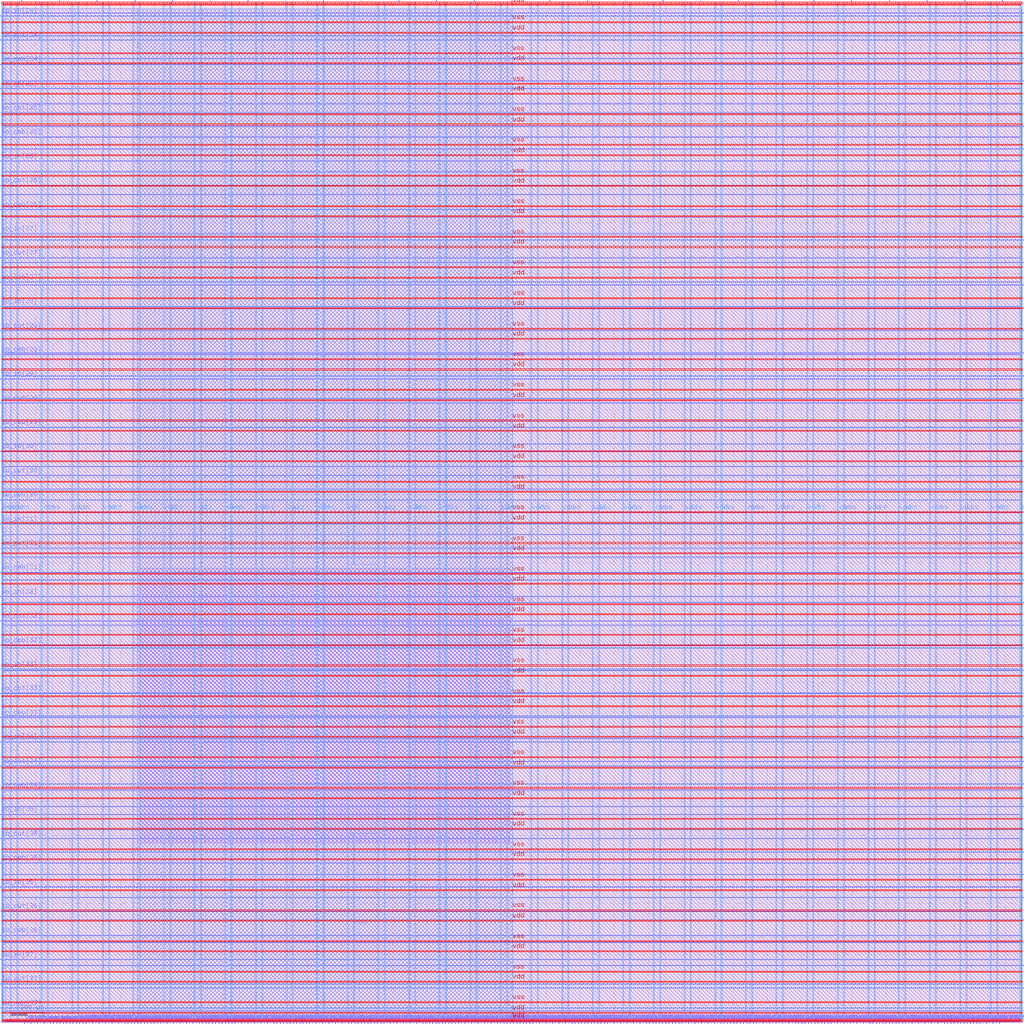
<source format=lef>
VERSION 5.7 ;
  NOWIREEXTENSIONATPIN ON ;
  DIVIDERCHAR "/" ;
  BUSBITCHARS "[]" ;
MACRO user_project_wrapper
  CLASS BLOCK ;
  FOREIGN user_project_wrapper ;
  ORIGIN 0.000 0.000 ;
  SIZE 3000.000 BY 3000.000 ;
  PIN io_in[0]
    DIRECTION INPUT ;
    USE SIGNAL ;
    PORT
      LAYER Metal3 ;
        RECT 2997.600 33.320 3004.800 34.440 ;
    END
  END io_in[0]
  PIN io_in[10]
    DIRECTION INPUT ;
    USE SIGNAL ;
    PORT
      LAYER Metal3 ;
        RECT 2997.600 2032.520 3004.800 2033.640 ;
    END
  END io_in[10]
  PIN io_in[11]
    DIRECTION INPUT ;
    USE SIGNAL ;
    PORT
      LAYER Metal3 ;
        RECT 2997.600 2232.440 3004.800 2233.560 ;
    END
  END io_in[11]
  PIN io_in[12]
    DIRECTION INPUT ;
    USE SIGNAL ;
    PORT
      LAYER Metal3 ;
        RECT 2997.600 2432.360 3004.800 2433.480 ;
    END
  END io_in[12]
  PIN io_in[13]
    DIRECTION INPUT ;
    USE SIGNAL ;
    PORT
      LAYER Metal3 ;
        RECT 2997.600 2632.280 3004.800 2633.400 ;
    END
  END io_in[13]
  PIN io_in[14]
    DIRECTION INPUT ;
    USE SIGNAL ;
    PORT
      LAYER Metal3 ;
        RECT 2997.600 2832.200 3004.800 2833.320 ;
    END
  END io_in[14]
  PIN io_in[15]
    DIRECTION INPUT ;
    USE SIGNAL ;
    PORT
      LAYER Metal2 ;
        RECT 2940.840 2997.600 2941.960 3004.800 ;
    END
  END io_in[15]
  PIN io_in[16]
    DIRECTION INPUT ;
    USE SIGNAL ;
    PORT
      LAYER Metal2 ;
        RECT 2608.200 2997.600 2609.320 3004.800 ;
    END
  END io_in[16]
  PIN io_in[17]
    DIRECTION INPUT ;
    USE SIGNAL ;
    PORT
      LAYER Metal2 ;
        RECT 2275.560 2997.600 2276.680 3004.800 ;
    END
  END io_in[17]
  PIN io_in[18]
    DIRECTION INPUT ;
    USE SIGNAL ;
    PORT
      LAYER Metal2 ;
        RECT 1942.920 2997.600 1944.040 3004.800 ;
    END
  END io_in[18]
  PIN io_in[19]
    DIRECTION INPUT ;
    USE SIGNAL ;
    PORT
      LAYER Metal2 ;
        RECT 1610.280 2997.600 1611.400 3004.800 ;
    END
  END io_in[19]
  PIN io_in[1]
    DIRECTION INPUT ;
    USE SIGNAL ;
    PORT
      LAYER Metal3 ;
        RECT 2997.600 233.240 3004.800 234.360 ;
    END
  END io_in[1]
  PIN io_in[20]
    DIRECTION INPUT ;
    USE SIGNAL ;
    PORT
      LAYER Metal2 ;
        RECT 1277.640 2997.600 1278.760 3004.800 ;
    END
  END io_in[20]
  PIN io_in[21]
    DIRECTION INPUT ;
    USE SIGNAL ;
    PORT
      LAYER Metal2 ;
        RECT 945.000 2997.600 946.120 3004.800 ;
    END
  END io_in[21]
  PIN io_in[22]
    DIRECTION INPUT ;
    USE SIGNAL ;
    PORT
      LAYER Metal2 ;
        RECT 612.360 2997.600 613.480 3004.800 ;
    END
  END io_in[22]
  PIN io_in[23]
    DIRECTION INPUT ;
    USE SIGNAL ;
    PORT
      LAYER Metal2 ;
        RECT 279.720 2997.600 280.840 3004.800 ;
    END
  END io_in[23]
  PIN io_in[24]
    DIRECTION INPUT ;
    USE SIGNAL ;
    PORT
      LAYER Metal3 ;
        RECT -4.800 2957.080 2.400 2958.200 ;
    END
  END io_in[24]
  PIN io_in[25]
    DIRECTION INPUT ;
    USE SIGNAL ;
    PORT
      LAYER Metal3 ;
        RECT -4.800 2743.720 2.400 2744.840 ;
    END
  END io_in[25]
  PIN io_in[26]
    DIRECTION INPUT ;
    USE SIGNAL ;
    PORT
      LAYER Metal3 ;
        RECT -4.800 2530.360 2.400 2531.480 ;
    END
  END io_in[26]
  PIN io_in[27]
    DIRECTION INPUT ;
    USE SIGNAL ;
    PORT
      LAYER Metal3 ;
        RECT -4.800 2317.000 2.400 2318.120 ;
    END
  END io_in[27]
  PIN io_in[28]
    DIRECTION INPUT ;
    USE SIGNAL ;
    PORT
      LAYER Metal3 ;
        RECT -4.800 2103.640 2.400 2104.760 ;
    END
  END io_in[28]
  PIN io_in[29]
    DIRECTION INPUT ;
    USE SIGNAL ;
    PORT
      LAYER Metal3 ;
        RECT -4.800 1890.280 2.400 1891.400 ;
    END
  END io_in[29]
  PIN io_in[2]
    DIRECTION INPUT ;
    USE SIGNAL ;
    PORT
      LAYER Metal3 ;
        RECT 2997.600 433.160 3004.800 434.280 ;
    END
  END io_in[2]
  PIN io_in[30]
    DIRECTION INPUT ;
    USE SIGNAL ;
    PORT
      LAYER Metal3 ;
        RECT -4.800 1676.920 2.400 1678.040 ;
    END
  END io_in[30]
  PIN io_in[31]
    DIRECTION INPUT ;
    USE SIGNAL ;
    PORT
      LAYER Metal3 ;
        RECT -4.800 1463.560 2.400 1464.680 ;
    END
  END io_in[31]
  PIN io_in[32]
    DIRECTION INPUT ;
    USE SIGNAL ;
    PORT
      LAYER Metal3 ;
        RECT -4.800 1250.200 2.400 1251.320 ;
    END
  END io_in[32]
  PIN io_in[33]
    DIRECTION INPUT ;
    USE SIGNAL ;
    PORT
      LAYER Metal3 ;
        RECT -4.800 1036.840 2.400 1037.960 ;
    END
  END io_in[33]
  PIN io_in[34]
    DIRECTION INPUT ;
    USE SIGNAL ;
    PORT
      LAYER Metal3 ;
        RECT -4.800 823.480 2.400 824.600 ;
    END
  END io_in[34]
  PIN io_in[35]
    DIRECTION INPUT ;
    USE SIGNAL ;
    PORT
      LAYER Metal3 ;
        RECT -4.800 610.120 2.400 611.240 ;
    END
  END io_in[35]
  PIN io_in[36]
    DIRECTION INPUT ;
    USE SIGNAL ;
    PORT
      LAYER Metal3 ;
        RECT -4.800 396.760 2.400 397.880 ;
    END
  END io_in[36]
  PIN io_in[37]
    DIRECTION INPUT ;
    USE SIGNAL ;
    PORT
      LAYER Metal3 ;
        RECT -4.800 183.400 2.400 184.520 ;
    END
  END io_in[37]
  PIN io_in[3]
    DIRECTION INPUT ;
    USE SIGNAL ;
    PORT
      LAYER Metal3 ;
        RECT 2997.600 633.080 3004.800 634.200 ;
    END
  END io_in[3]
  PIN io_in[4]
    DIRECTION INPUT ;
    USE SIGNAL ;
    PORT
      LAYER Metal3 ;
        RECT 2997.600 833.000 3004.800 834.120 ;
    END
  END io_in[4]
  PIN io_in[5]
    DIRECTION INPUT ;
    USE SIGNAL ;
    PORT
      LAYER Metal3 ;
        RECT 2997.600 1032.920 3004.800 1034.040 ;
    END
  END io_in[5]
  PIN io_in[6]
    DIRECTION INPUT ;
    USE SIGNAL ;
    PORT
      LAYER Metal3 ;
        RECT 2997.600 1232.840 3004.800 1233.960 ;
    END
  END io_in[6]
  PIN io_in[7]
    DIRECTION INPUT ;
    USE SIGNAL ;
    PORT
      LAYER Metal3 ;
        RECT 2997.600 1432.760 3004.800 1433.880 ;
    END
  END io_in[7]
  PIN io_in[8]
    DIRECTION INPUT ;
    USE SIGNAL ;
    PORT
      LAYER Metal3 ;
        RECT 2997.600 1632.680 3004.800 1633.800 ;
    END
  END io_in[8]
  PIN io_in[9]
    DIRECTION INPUT ;
    USE SIGNAL ;
    PORT
      LAYER Metal3 ;
        RECT 2997.600 1832.600 3004.800 1833.720 ;
    END
  END io_in[9]
  PIN io_oeb[0]
    DIRECTION OUTPUT TRISTATE ;
    USE SIGNAL ;
    PORT
      LAYER Metal3 ;
        RECT 2997.600 166.600 3004.800 167.720 ;
    END
  END io_oeb[0]
  PIN io_oeb[10]
    DIRECTION OUTPUT TRISTATE ;
    USE SIGNAL ;
    PORT
      LAYER Metal3 ;
        RECT 2997.600 2165.800 3004.800 2166.920 ;
    END
  END io_oeb[10]
  PIN io_oeb[11]
    DIRECTION OUTPUT TRISTATE ;
    USE SIGNAL ;
    PORT
      LAYER Metal3 ;
        RECT 2997.600 2365.720 3004.800 2366.840 ;
    END
  END io_oeb[11]
  PIN io_oeb[12]
    DIRECTION OUTPUT TRISTATE ;
    USE SIGNAL ;
    PORT
      LAYER Metal3 ;
        RECT 2997.600 2565.640 3004.800 2566.760 ;
    END
  END io_oeb[12]
  PIN io_oeb[13]
    DIRECTION OUTPUT TRISTATE ;
    USE SIGNAL ;
    PORT
      LAYER Metal3 ;
        RECT 2997.600 2765.560 3004.800 2766.680 ;
    END
  END io_oeb[13]
  PIN io_oeb[14]
    DIRECTION OUTPUT TRISTATE ;
    USE SIGNAL ;
    PORT
      LAYER Metal3 ;
        RECT 2997.600 2965.480 3004.800 2966.600 ;
    END
  END io_oeb[14]
  PIN io_oeb[15]
    DIRECTION OUTPUT TRISTATE ;
    USE SIGNAL ;
    PORT
      LAYER Metal2 ;
        RECT 2719.080 2997.600 2720.200 3004.800 ;
    END
  END io_oeb[15]
  PIN io_oeb[16]
    DIRECTION OUTPUT TRISTATE ;
    USE SIGNAL ;
    PORT
      LAYER Metal2 ;
        RECT 2386.440 2997.600 2387.560 3004.800 ;
    END
  END io_oeb[16]
  PIN io_oeb[17]
    DIRECTION OUTPUT TRISTATE ;
    USE SIGNAL ;
    PORT
      LAYER Metal2 ;
        RECT 2053.800 2997.600 2054.920 3004.800 ;
    END
  END io_oeb[17]
  PIN io_oeb[18]
    DIRECTION OUTPUT TRISTATE ;
    USE SIGNAL ;
    PORT
      LAYER Metal2 ;
        RECT 1721.160 2997.600 1722.280 3004.800 ;
    END
  END io_oeb[18]
  PIN io_oeb[19]
    DIRECTION OUTPUT TRISTATE ;
    USE SIGNAL ;
    PORT
      LAYER Metal2 ;
        RECT 1388.520 2997.600 1389.640 3004.800 ;
    END
  END io_oeb[19]
  PIN io_oeb[1]
    DIRECTION OUTPUT TRISTATE ;
    USE SIGNAL ;
    PORT
      LAYER Metal3 ;
        RECT 2997.600 366.520 3004.800 367.640 ;
    END
  END io_oeb[1]
  PIN io_oeb[20]
    DIRECTION OUTPUT TRISTATE ;
    USE SIGNAL ;
    PORT
      LAYER Metal2 ;
        RECT 1055.880 2997.600 1057.000 3004.800 ;
    END
  END io_oeb[20]
  PIN io_oeb[21]
    DIRECTION OUTPUT TRISTATE ;
    USE SIGNAL ;
    PORT
      LAYER Metal2 ;
        RECT 723.240 2997.600 724.360 3004.800 ;
    END
  END io_oeb[21]
  PIN io_oeb[22]
    DIRECTION OUTPUT TRISTATE ;
    USE SIGNAL ;
    PORT
      LAYER Metal2 ;
        RECT 390.600 2997.600 391.720 3004.800 ;
    END
  END io_oeb[22]
  PIN io_oeb[23]
    DIRECTION OUTPUT TRISTATE ;
    USE SIGNAL ;
    PORT
      LAYER Metal2 ;
        RECT 57.960 2997.600 59.080 3004.800 ;
    END
  END io_oeb[23]
  PIN io_oeb[24]
    DIRECTION OUTPUT TRISTATE ;
    USE SIGNAL ;
    PORT
      LAYER Metal3 ;
        RECT -4.800 2814.840 2.400 2815.960 ;
    END
  END io_oeb[24]
  PIN io_oeb[25]
    DIRECTION OUTPUT TRISTATE ;
    USE SIGNAL ;
    PORT
      LAYER Metal3 ;
        RECT -4.800 2601.480 2.400 2602.600 ;
    END
  END io_oeb[25]
  PIN io_oeb[26]
    DIRECTION OUTPUT TRISTATE ;
    USE SIGNAL ;
    PORT
      LAYER Metal3 ;
        RECT -4.800 2388.120 2.400 2389.240 ;
    END
  END io_oeb[26]
  PIN io_oeb[27]
    DIRECTION OUTPUT TRISTATE ;
    USE SIGNAL ;
    PORT
      LAYER Metal3 ;
        RECT -4.800 2174.760 2.400 2175.880 ;
    END
  END io_oeb[27]
  PIN io_oeb[28]
    DIRECTION OUTPUT TRISTATE ;
    USE SIGNAL ;
    PORT
      LAYER Metal3 ;
        RECT -4.800 1961.400 2.400 1962.520 ;
    END
  END io_oeb[28]
  PIN io_oeb[29]
    DIRECTION OUTPUT TRISTATE ;
    USE SIGNAL ;
    PORT
      LAYER Metal3 ;
        RECT -4.800 1748.040 2.400 1749.160 ;
    END
  END io_oeb[29]
  PIN io_oeb[2]
    DIRECTION OUTPUT TRISTATE ;
    USE SIGNAL ;
    PORT
      LAYER Metal3 ;
        RECT 2997.600 566.440 3004.800 567.560 ;
    END
  END io_oeb[2]
  PIN io_oeb[30]
    DIRECTION OUTPUT TRISTATE ;
    USE SIGNAL ;
    PORT
      LAYER Metal3 ;
        RECT -4.800 1534.680 2.400 1535.800 ;
    END
  END io_oeb[30]
  PIN io_oeb[31]
    DIRECTION OUTPUT TRISTATE ;
    USE SIGNAL ;
    PORT
      LAYER Metal3 ;
        RECT -4.800 1321.320 2.400 1322.440 ;
    END
  END io_oeb[31]
  PIN io_oeb[32]
    DIRECTION OUTPUT TRISTATE ;
    USE SIGNAL ;
    PORT
      LAYER Metal3 ;
        RECT -4.800 1107.960 2.400 1109.080 ;
    END
  END io_oeb[32]
  PIN io_oeb[33]
    DIRECTION OUTPUT TRISTATE ;
    USE SIGNAL ;
    PORT
      LAYER Metal3 ;
        RECT -4.800 894.600 2.400 895.720 ;
    END
  END io_oeb[33]
  PIN io_oeb[34]
    DIRECTION OUTPUT TRISTATE ;
    USE SIGNAL ;
    PORT
      LAYER Metal3 ;
        RECT -4.800 681.240 2.400 682.360 ;
    END
  END io_oeb[34]
  PIN io_oeb[35]
    DIRECTION OUTPUT TRISTATE ;
    USE SIGNAL ;
    PORT
      LAYER Metal3 ;
        RECT -4.800 467.880 2.400 469.000 ;
    END
  END io_oeb[35]
  PIN io_oeb[36]
    DIRECTION OUTPUT TRISTATE ;
    USE SIGNAL ;
    PORT
      LAYER Metal3 ;
        RECT -4.800 254.520 2.400 255.640 ;
    END
  END io_oeb[36]
  PIN io_oeb[37]
    DIRECTION OUTPUT TRISTATE ;
    USE SIGNAL ;
    PORT
      LAYER Metal3 ;
        RECT -4.800 41.160 2.400 42.280 ;
    END
  END io_oeb[37]
  PIN io_oeb[3]
    DIRECTION OUTPUT TRISTATE ;
    USE SIGNAL ;
    PORT
      LAYER Metal3 ;
        RECT 2997.600 766.360 3004.800 767.480 ;
    END
  END io_oeb[3]
  PIN io_oeb[4]
    DIRECTION OUTPUT TRISTATE ;
    USE SIGNAL ;
    PORT
      LAYER Metal3 ;
        RECT 2997.600 966.280 3004.800 967.400 ;
    END
  END io_oeb[4]
  PIN io_oeb[5]
    DIRECTION OUTPUT TRISTATE ;
    USE SIGNAL ;
    PORT
      LAYER Metal3 ;
        RECT 2997.600 1166.200 3004.800 1167.320 ;
    END
  END io_oeb[5]
  PIN io_oeb[6]
    DIRECTION OUTPUT TRISTATE ;
    USE SIGNAL ;
    PORT
      LAYER Metal3 ;
        RECT 2997.600 1366.120 3004.800 1367.240 ;
    END
  END io_oeb[6]
  PIN io_oeb[7]
    DIRECTION OUTPUT TRISTATE ;
    USE SIGNAL ;
    PORT
      LAYER Metal3 ;
        RECT 2997.600 1566.040 3004.800 1567.160 ;
    END
  END io_oeb[7]
  PIN io_oeb[8]
    DIRECTION OUTPUT TRISTATE ;
    USE SIGNAL ;
    PORT
      LAYER Metal3 ;
        RECT 2997.600 1765.960 3004.800 1767.080 ;
    END
  END io_oeb[8]
  PIN io_oeb[9]
    DIRECTION OUTPUT TRISTATE ;
    USE SIGNAL ;
    PORT
      LAYER Metal3 ;
        RECT 2997.600 1965.880 3004.800 1967.000 ;
    END
  END io_oeb[9]
  PIN io_out[0]
    DIRECTION OUTPUT TRISTATE ;
    USE SIGNAL ;
    PORT
      LAYER Metal3 ;
        RECT 2997.600 99.960 3004.800 101.080 ;
    END
  END io_out[0]
  PIN io_out[10]
    DIRECTION OUTPUT TRISTATE ;
    USE SIGNAL ;
    PORT
      LAYER Metal3 ;
        RECT 2997.600 2099.160 3004.800 2100.280 ;
    END
  END io_out[10]
  PIN io_out[11]
    DIRECTION OUTPUT TRISTATE ;
    USE SIGNAL ;
    PORT
      LAYER Metal3 ;
        RECT 2997.600 2299.080 3004.800 2300.200 ;
    END
  END io_out[11]
  PIN io_out[12]
    DIRECTION OUTPUT TRISTATE ;
    USE SIGNAL ;
    PORT
      LAYER Metal3 ;
        RECT 2997.600 2499.000 3004.800 2500.120 ;
    END
  END io_out[12]
  PIN io_out[13]
    DIRECTION OUTPUT TRISTATE ;
    USE SIGNAL ;
    PORT
      LAYER Metal3 ;
        RECT 2997.600 2698.920 3004.800 2700.040 ;
    END
  END io_out[13]
  PIN io_out[14]
    DIRECTION OUTPUT TRISTATE ;
    USE SIGNAL ;
    PORT
      LAYER Metal3 ;
        RECT 2997.600 2898.840 3004.800 2899.960 ;
    END
  END io_out[14]
  PIN io_out[15]
    DIRECTION OUTPUT TRISTATE ;
    USE SIGNAL ;
    PORT
      LAYER Metal2 ;
        RECT 2829.960 2997.600 2831.080 3004.800 ;
    END
  END io_out[15]
  PIN io_out[16]
    DIRECTION OUTPUT TRISTATE ;
    USE SIGNAL ;
    PORT
      LAYER Metal2 ;
        RECT 2497.320 2997.600 2498.440 3004.800 ;
    END
  END io_out[16]
  PIN io_out[17]
    DIRECTION OUTPUT TRISTATE ;
    USE SIGNAL ;
    PORT
      LAYER Metal2 ;
        RECT 2164.680 2997.600 2165.800 3004.800 ;
    END
  END io_out[17]
  PIN io_out[18]
    DIRECTION OUTPUT TRISTATE ;
    USE SIGNAL ;
    PORT
      LAYER Metal2 ;
        RECT 1832.040 2997.600 1833.160 3004.800 ;
    END
  END io_out[18]
  PIN io_out[19]
    DIRECTION OUTPUT TRISTATE ;
    USE SIGNAL ;
    PORT
      LAYER Metal2 ;
        RECT 1499.400 2997.600 1500.520 3004.800 ;
    END
  END io_out[19]
  PIN io_out[1]
    DIRECTION OUTPUT TRISTATE ;
    USE SIGNAL ;
    PORT
      LAYER Metal3 ;
        RECT 2997.600 299.880 3004.800 301.000 ;
    END
  END io_out[1]
  PIN io_out[20]
    DIRECTION OUTPUT TRISTATE ;
    USE SIGNAL ;
    PORT
      LAYER Metal2 ;
        RECT 1166.760 2997.600 1167.880 3004.800 ;
    END
  END io_out[20]
  PIN io_out[21]
    DIRECTION OUTPUT TRISTATE ;
    USE SIGNAL ;
    PORT
      LAYER Metal2 ;
        RECT 834.120 2997.600 835.240 3004.800 ;
    END
  END io_out[21]
  PIN io_out[22]
    DIRECTION OUTPUT TRISTATE ;
    USE SIGNAL ;
    PORT
      LAYER Metal2 ;
        RECT 501.480 2997.600 502.600 3004.800 ;
    END
  END io_out[22]
  PIN io_out[23]
    DIRECTION OUTPUT TRISTATE ;
    USE SIGNAL ;
    PORT
      LAYER Metal2 ;
        RECT 168.840 2997.600 169.960 3004.800 ;
    END
  END io_out[23]
  PIN io_out[24]
    DIRECTION OUTPUT TRISTATE ;
    USE SIGNAL ;
    PORT
      LAYER Metal3 ;
        RECT -4.800 2885.960 2.400 2887.080 ;
    END
  END io_out[24]
  PIN io_out[25]
    DIRECTION OUTPUT TRISTATE ;
    USE SIGNAL ;
    PORT
      LAYER Metal3 ;
        RECT -4.800 2672.600 2.400 2673.720 ;
    END
  END io_out[25]
  PIN io_out[26]
    DIRECTION OUTPUT TRISTATE ;
    USE SIGNAL ;
    PORT
      LAYER Metal3 ;
        RECT -4.800 2459.240 2.400 2460.360 ;
    END
  END io_out[26]
  PIN io_out[27]
    DIRECTION OUTPUT TRISTATE ;
    USE SIGNAL ;
    PORT
      LAYER Metal3 ;
        RECT -4.800 2245.880 2.400 2247.000 ;
    END
  END io_out[27]
  PIN io_out[28]
    DIRECTION OUTPUT TRISTATE ;
    USE SIGNAL ;
    PORT
      LAYER Metal3 ;
        RECT -4.800 2032.520 2.400 2033.640 ;
    END
  END io_out[28]
  PIN io_out[29]
    DIRECTION OUTPUT TRISTATE ;
    USE SIGNAL ;
    PORT
      LAYER Metal3 ;
        RECT -4.800 1819.160 2.400 1820.280 ;
    END
  END io_out[29]
  PIN io_out[2]
    DIRECTION OUTPUT TRISTATE ;
    USE SIGNAL ;
    PORT
      LAYER Metal3 ;
        RECT 2997.600 499.800 3004.800 500.920 ;
    END
  END io_out[2]
  PIN io_out[30]
    DIRECTION OUTPUT TRISTATE ;
    USE SIGNAL ;
    PORT
      LAYER Metal3 ;
        RECT -4.800 1605.800 2.400 1606.920 ;
    END
  END io_out[30]
  PIN io_out[31]
    DIRECTION OUTPUT TRISTATE ;
    USE SIGNAL ;
    PORT
      LAYER Metal3 ;
        RECT -4.800 1392.440 2.400 1393.560 ;
    END
  END io_out[31]
  PIN io_out[32]
    DIRECTION OUTPUT TRISTATE ;
    USE SIGNAL ;
    PORT
      LAYER Metal3 ;
        RECT -4.800 1179.080 2.400 1180.200 ;
    END
  END io_out[32]
  PIN io_out[33]
    DIRECTION OUTPUT TRISTATE ;
    USE SIGNAL ;
    PORT
      LAYER Metal3 ;
        RECT -4.800 965.720 2.400 966.840 ;
    END
  END io_out[33]
  PIN io_out[34]
    DIRECTION OUTPUT TRISTATE ;
    USE SIGNAL ;
    PORT
      LAYER Metal3 ;
        RECT -4.800 752.360 2.400 753.480 ;
    END
  END io_out[34]
  PIN io_out[35]
    DIRECTION OUTPUT TRISTATE ;
    USE SIGNAL ;
    PORT
      LAYER Metal3 ;
        RECT -4.800 539.000 2.400 540.120 ;
    END
  END io_out[35]
  PIN io_out[36]
    DIRECTION OUTPUT TRISTATE ;
    USE SIGNAL ;
    PORT
      LAYER Metal3 ;
        RECT -4.800 325.640 2.400 326.760 ;
    END
  END io_out[36]
  PIN io_out[37]
    DIRECTION OUTPUT TRISTATE ;
    USE SIGNAL ;
    PORT
      LAYER Metal3 ;
        RECT -4.800 112.280 2.400 113.400 ;
    END
  END io_out[37]
  PIN io_out[3]
    DIRECTION OUTPUT TRISTATE ;
    USE SIGNAL ;
    PORT
      LAYER Metal3 ;
        RECT 2997.600 699.720 3004.800 700.840 ;
    END
  END io_out[3]
  PIN io_out[4]
    DIRECTION OUTPUT TRISTATE ;
    USE SIGNAL ;
    PORT
      LAYER Metal3 ;
        RECT 2997.600 899.640 3004.800 900.760 ;
    END
  END io_out[4]
  PIN io_out[5]
    DIRECTION OUTPUT TRISTATE ;
    USE SIGNAL ;
    PORT
      LAYER Metal3 ;
        RECT 2997.600 1099.560 3004.800 1100.680 ;
    END
  END io_out[5]
  PIN io_out[6]
    DIRECTION OUTPUT TRISTATE ;
    USE SIGNAL ;
    PORT
      LAYER Metal3 ;
        RECT 2997.600 1299.480 3004.800 1300.600 ;
    END
  END io_out[6]
  PIN io_out[7]
    DIRECTION OUTPUT TRISTATE ;
    USE SIGNAL ;
    PORT
      LAYER Metal3 ;
        RECT 2997.600 1499.400 3004.800 1500.520 ;
    END
  END io_out[7]
  PIN io_out[8]
    DIRECTION OUTPUT TRISTATE ;
    USE SIGNAL ;
    PORT
      LAYER Metal3 ;
        RECT 2997.600 1699.320 3004.800 1700.440 ;
    END
  END io_out[8]
  PIN io_out[9]
    DIRECTION OUTPUT TRISTATE ;
    USE SIGNAL ;
    PORT
      LAYER Metal3 ;
        RECT 2997.600 1899.240 3004.800 1900.360 ;
    END
  END io_out[9]
  PIN la_data_in[0]
    DIRECTION INPUT ;
    USE SIGNAL ;
    PORT
      LAYER Metal2 ;
        RECT 1075.480 -4.800 1076.600 2.400 ;
    END
  END la_data_in[0]
  PIN la_data_in[10]
    DIRECTION INPUT ;
    USE SIGNAL ;
    PORT
      LAYER Metal2 ;
        RECT 1361.080 -4.800 1362.200 2.400 ;
    END
  END la_data_in[10]
  PIN la_data_in[11]
    DIRECTION INPUT ;
    USE SIGNAL ;
    PORT
      LAYER Metal2 ;
        RECT 1389.640 -4.800 1390.760 2.400 ;
    END
  END la_data_in[11]
  PIN la_data_in[12]
    DIRECTION INPUT ;
    USE SIGNAL ;
    PORT
      LAYER Metal2 ;
        RECT 1418.200 -4.800 1419.320 2.400 ;
    END
  END la_data_in[12]
  PIN la_data_in[13]
    DIRECTION INPUT ;
    USE SIGNAL ;
    PORT
      LAYER Metal2 ;
        RECT 1446.760 -4.800 1447.880 2.400 ;
    END
  END la_data_in[13]
  PIN la_data_in[14]
    DIRECTION INPUT ;
    USE SIGNAL ;
    PORT
      LAYER Metal2 ;
        RECT 1475.320 -4.800 1476.440 2.400 ;
    END
  END la_data_in[14]
  PIN la_data_in[15]
    DIRECTION INPUT ;
    USE SIGNAL ;
    PORT
      LAYER Metal2 ;
        RECT 1503.880 -4.800 1505.000 2.400 ;
    END
  END la_data_in[15]
  PIN la_data_in[16]
    DIRECTION INPUT ;
    USE SIGNAL ;
    PORT
      LAYER Metal2 ;
        RECT 1532.440 -4.800 1533.560 2.400 ;
    END
  END la_data_in[16]
  PIN la_data_in[17]
    DIRECTION INPUT ;
    USE SIGNAL ;
    PORT
      LAYER Metal2 ;
        RECT 1561.000 -4.800 1562.120 2.400 ;
    END
  END la_data_in[17]
  PIN la_data_in[18]
    DIRECTION INPUT ;
    USE SIGNAL ;
    PORT
      LAYER Metal2 ;
        RECT 1589.560 -4.800 1590.680 2.400 ;
    END
  END la_data_in[18]
  PIN la_data_in[19]
    DIRECTION INPUT ;
    USE SIGNAL ;
    PORT
      LAYER Metal2 ;
        RECT 1618.120 -4.800 1619.240 2.400 ;
    END
  END la_data_in[19]
  PIN la_data_in[1]
    DIRECTION INPUT ;
    USE SIGNAL ;
    PORT
      LAYER Metal2 ;
        RECT 1104.040 -4.800 1105.160 2.400 ;
    END
  END la_data_in[1]
  PIN la_data_in[20]
    DIRECTION INPUT ;
    USE SIGNAL ;
    PORT
      LAYER Metal2 ;
        RECT 1646.680 -4.800 1647.800 2.400 ;
    END
  END la_data_in[20]
  PIN la_data_in[21]
    DIRECTION INPUT ;
    USE SIGNAL ;
    PORT
      LAYER Metal2 ;
        RECT 1675.240 -4.800 1676.360 2.400 ;
    END
  END la_data_in[21]
  PIN la_data_in[22]
    DIRECTION INPUT ;
    USE SIGNAL ;
    PORT
      LAYER Metal2 ;
        RECT 1703.800 -4.800 1704.920 2.400 ;
    END
  END la_data_in[22]
  PIN la_data_in[23]
    DIRECTION INPUT ;
    USE SIGNAL ;
    PORT
      LAYER Metal2 ;
        RECT 1732.360 -4.800 1733.480 2.400 ;
    END
  END la_data_in[23]
  PIN la_data_in[24]
    DIRECTION INPUT ;
    USE SIGNAL ;
    PORT
      LAYER Metal2 ;
        RECT 1760.920 -4.800 1762.040 2.400 ;
    END
  END la_data_in[24]
  PIN la_data_in[25]
    DIRECTION INPUT ;
    USE SIGNAL ;
    PORT
      LAYER Metal2 ;
        RECT 1789.480 -4.800 1790.600 2.400 ;
    END
  END la_data_in[25]
  PIN la_data_in[26]
    DIRECTION INPUT ;
    USE SIGNAL ;
    PORT
      LAYER Metal2 ;
        RECT 1818.040 -4.800 1819.160 2.400 ;
    END
  END la_data_in[26]
  PIN la_data_in[27]
    DIRECTION INPUT ;
    USE SIGNAL ;
    PORT
      LAYER Metal2 ;
        RECT 1846.600 -4.800 1847.720 2.400 ;
    END
  END la_data_in[27]
  PIN la_data_in[28]
    DIRECTION INPUT ;
    USE SIGNAL ;
    PORT
      LAYER Metal2 ;
        RECT 1875.160 -4.800 1876.280 2.400 ;
    END
  END la_data_in[28]
  PIN la_data_in[29]
    DIRECTION INPUT ;
    USE SIGNAL ;
    PORT
      LAYER Metal2 ;
        RECT 1903.720 -4.800 1904.840 2.400 ;
    END
  END la_data_in[29]
  PIN la_data_in[2]
    DIRECTION INPUT ;
    USE SIGNAL ;
    PORT
      LAYER Metal2 ;
        RECT 1132.600 -4.800 1133.720 2.400 ;
    END
  END la_data_in[2]
  PIN la_data_in[30]
    DIRECTION INPUT ;
    USE SIGNAL ;
    PORT
      LAYER Metal2 ;
        RECT 1932.280 -4.800 1933.400 2.400 ;
    END
  END la_data_in[30]
  PIN la_data_in[31]
    DIRECTION INPUT ;
    USE SIGNAL ;
    PORT
      LAYER Metal2 ;
        RECT 1960.840 -4.800 1961.960 2.400 ;
    END
  END la_data_in[31]
  PIN la_data_in[32]
    DIRECTION INPUT ;
    USE SIGNAL ;
    PORT
      LAYER Metal2 ;
        RECT 1989.400 -4.800 1990.520 2.400 ;
    END
  END la_data_in[32]
  PIN la_data_in[33]
    DIRECTION INPUT ;
    USE SIGNAL ;
    PORT
      LAYER Metal2 ;
        RECT 2017.960 -4.800 2019.080 2.400 ;
    END
  END la_data_in[33]
  PIN la_data_in[34]
    DIRECTION INPUT ;
    USE SIGNAL ;
    PORT
      LAYER Metal2 ;
        RECT 2046.520 -4.800 2047.640 2.400 ;
    END
  END la_data_in[34]
  PIN la_data_in[35]
    DIRECTION INPUT ;
    USE SIGNAL ;
    PORT
      LAYER Metal2 ;
        RECT 2075.080 -4.800 2076.200 2.400 ;
    END
  END la_data_in[35]
  PIN la_data_in[36]
    DIRECTION INPUT ;
    USE SIGNAL ;
    PORT
      LAYER Metal2 ;
        RECT 2103.640 -4.800 2104.760 2.400 ;
    END
  END la_data_in[36]
  PIN la_data_in[37]
    DIRECTION INPUT ;
    USE SIGNAL ;
    PORT
      LAYER Metal2 ;
        RECT 2132.200 -4.800 2133.320 2.400 ;
    END
  END la_data_in[37]
  PIN la_data_in[38]
    DIRECTION INPUT ;
    USE SIGNAL ;
    PORT
      LAYER Metal2 ;
        RECT 2160.760 -4.800 2161.880 2.400 ;
    END
  END la_data_in[38]
  PIN la_data_in[39]
    DIRECTION INPUT ;
    USE SIGNAL ;
    PORT
      LAYER Metal2 ;
        RECT 2189.320 -4.800 2190.440 2.400 ;
    END
  END la_data_in[39]
  PIN la_data_in[3]
    DIRECTION INPUT ;
    USE SIGNAL ;
    PORT
      LAYER Metal2 ;
        RECT 1161.160 -4.800 1162.280 2.400 ;
    END
  END la_data_in[3]
  PIN la_data_in[40]
    DIRECTION INPUT ;
    USE SIGNAL ;
    PORT
      LAYER Metal2 ;
        RECT 2217.880 -4.800 2219.000 2.400 ;
    END
  END la_data_in[40]
  PIN la_data_in[41]
    DIRECTION INPUT ;
    USE SIGNAL ;
    PORT
      LAYER Metal2 ;
        RECT 2246.440 -4.800 2247.560 2.400 ;
    END
  END la_data_in[41]
  PIN la_data_in[42]
    DIRECTION INPUT ;
    USE SIGNAL ;
    PORT
      LAYER Metal2 ;
        RECT 2275.000 -4.800 2276.120 2.400 ;
    END
  END la_data_in[42]
  PIN la_data_in[43]
    DIRECTION INPUT ;
    USE SIGNAL ;
    PORT
      LAYER Metal2 ;
        RECT 2303.560 -4.800 2304.680 2.400 ;
    END
  END la_data_in[43]
  PIN la_data_in[44]
    DIRECTION INPUT ;
    USE SIGNAL ;
    PORT
      LAYER Metal2 ;
        RECT 2332.120 -4.800 2333.240 2.400 ;
    END
  END la_data_in[44]
  PIN la_data_in[45]
    DIRECTION INPUT ;
    USE SIGNAL ;
    PORT
      LAYER Metal2 ;
        RECT 2360.680 -4.800 2361.800 2.400 ;
    END
  END la_data_in[45]
  PIN la_data_in[46]
    DIRECTION INPUT ;
    USE SIGNAL ;
    PORT
      LAYER Metal2 ;
        RECT 2389.240 -4.800 2390.360 2.400 ;
    END
  END la_data_in[46]
  PIN la_data_in[47]
    DIRECTION INPUT ;
    USE SIGNAL ;
    PORT
      LAYER Metal2 ;
        RECT 2417.800 -4.800 2418.920 2.400 ;
    END
  END la_data_in[47]
  PIN la_data_in[48]
    DIRECTION INPUT ;
    USE SIGNAL ;
    PORT
      LAYER Metal2 ;
        RECT 2446.360 -4.800 2447.480 2.400 ;
    END
  END la_data_in[48]
  PIN la_data_in[49]
    DIRECTION INPUT ;
    USE SIGNAL ;
    PORT
      LAYER Metal2 ;
        RECT 2474.920 -4.800 2476.040 2.400 ;
    END
  END la_data_in[49]
  PIN la_data_in[4]
    DIRECTION INPUT ;
    USE SIGNAL ;
    PORT
      LAYER Metal2 ;
        RECT 1189.720 -4.800 1190.840 2.400 ;
    END
  END la_data_in[4]
  PIN la_data_in[50]
    DIRECTION INPUT ;
    USE SIGNAL ;
    PORT
      LAYER Metal2 ;
        RECT 2503.480 -4.800 2504.600 2.400 ;
    END
  END la_data_in[50]
  PIN la_data_in[51]
    DIRECTION INPUT ;
    USE SIGNAL ;
    PORT
      LAYER Metal2 ;
        RECT 2532.040 -4.800 2533.160 2.400 ;
    END
  END la_data_in[51]
  PIN la_data_in[52]
    DIRECTION INPUT ;
    USE SIGNAL ;
    PORT
      LAYER Metal2 ;
        RECT 2560.600 -4.800 2561.720 2.400 ;
    END
  END la_data_in[52]
  PIN la_data_in[53]
    DIRECTION INPUT ;
    USE SIGNAL ;
    PORT
      LAYER Metal2 ;
        RECT 2589.160 -4.800 2590.280 2.400 ;
    END
  END la_data_in[53]
  PIN la_data_in[54]
    DIRECTION INPUT ;
    USE SIGNAL ;
    PORT
      LAYER Metal2 ;
        RECT 2617.720 -4.800 2618.840 2.400 ;
    END
  END la_data_in[54]
  PIN la_data_in[55]
    DIRECTION INPUT ;
    USE SIGNAL ;
    PORT
      LAYER Metal2 ;
        RECT 2646.280 -4.800 2647.400 2.400 ;
    END
  END la_data_in[55]
  PIN la_data_in[56]
    DIRECTION INPUT ;
    USE SIGNAL ;
    PORT
      LAYER Metal2 ;
        RECT 2674.840 -4.800 2675.960 2.400 ;
    END
  END la_data_in[56]
  PIN la_data_in[57]
    DIRECTION INPUT ;
    USE SIGNAL ;
    PORT
      LAYER Metal2 ;
        RECT 2703.400 -4.800 2704.520 2.400 ;
    END
  END la_data_in[57]
  PIN la_data_in[58]
    DIRECTION INPUT ;
    USE SIGNAL ;
    PORT
      LAYER Metal2 ;
        RECT 2731.960 -4.800 2733.080 2.400 ;
    END
  END la_data_in[58]
  PIN la_data_in[59]
    DIRECTION INPUT ;
    USE SIGNAL ;
    PORT
      LAYER Metal2 ;
        RECT 2760.520 -4.800 2761.640 2.400 ;
    END
  END la_data_in[59]
  PIN la_data_in[5]
    DIRECTION INPUT ;
    USE SIGNAL ;
    PORT
      LAYER Metal2 ;
        RECT 1218.280 -4.800 1219.400 2.400 ;
    END
  END la_data_in[5]
  PIN la_data_in[60]
    DIRECTION INPUT ;
    USE SIGNAL ;
    PORT
      LAYER Metal2 ;
        RECT 2789.080 -4.800 2790.200 2.400 ;
    END
  END la_data_in[60]
  PIN la_data_in[61]
    DIRECTION INPUT ;
    USE SIGNAL ;
    PORT
      LAYER Metal2 ;
        RECT 2817.640 -4.800 2818.760 2.400 ;
    END
  END la_data_in[61]
  PIN la_data_in[62]
    DIRECTION INPUT ;
    USE SIGNAL ;
    PORT
      LAYER Metal2 ;
        RECT 2846.200 -4.800 2847.320 2.400 ;
    END
  END la_data_in[62]
  PIN la_data_in[63]
    DIRECTION INPUT ;
    USE SIGNAL ;
    PORT
      LAYER Metal2 ;
        RECT 2874.760 -4.800 2875.880 2.400 ;
    END
  END la_data_in[63]
  PIN la_data_in[6]
    DIRECTION INPUT ;
    USE SIGNAL ;
    PORT
      LAYER Metal2 ;
        RECT 1246.840 -4.800 1247.960 2.400 ;
    END
  END la_data_in[6]
  PIN la_data_in[7]
    DIRECTION INPUT ;
    USE SIGNAL ;
    PORT
      LAYER Metal2 ;
        RECT 1275.400 -4.800 1276.520 2.400 ;
    END
  END la_data_in[7]
  PIN la_data_in[8]
    DIRECTION INPUT ;
    USE SIGNAL ;
    PORT
      LAYER Metal2 ;
        RECT 1303.960 -4.800 1305.080 2.400 ;
    END
  END la_data_in[8]
  PIN la_data_in[9]
    DIRECTION INPUT ;
    USE SIGNAL ;
    PORT
      LAYER Metal2 ;
        RECT 1332.520 -4.800 1333.640 2.400 ;
    END
  END la_data_in[9]
  PIN la_data_out[0]
    DIRECTION OUTPUT TRISTATE ;
    USE SIGNAL ;
    PORT
      LAYER Metal2 ;
        RECT 1085.000 -4.800 1086.120 2.400 ;
    END
  END la_data_out[0]
  PIN la_data_out[10]
    DIRECTION OUTPUT TRISTATE ;
    USE SIGNAL ;
    PORT
      LAYER Metal2 ;
        RECT 1370.600 -4.800 1371.720 2.400 ;
    END
  END la_data_out[10]
  PIN la_data_out[11]
    DIRECTION OUTPUT TRISTATE ;
    USE SIGNAL ;
    PORT
      LAYER Metal2 ;
        RECT 1399.160 -4.800 1400.280 2.400 ;
    END
  END la_data_out[11]
  PIN la_data_out[12]
    DIRECTION OUTPUT TRISTATE ;
    USE SIGNAL ;
    PORT
      LAYER Metal2 ;
        RECT 1427.720 -4.800 1428.840 2.400 ;
    END
  END la_data_out[12]
  PIN la_data_out[13]
    DIRECTION OUTPUT TRISTATE ;
    USE SIGNAL ;
    PORT
      LAYER Metal2 ;
        RECT 1456.280 -4.800 1457.400 2.400 ;
    END
  END la_data_out[13]
  PIN la_data_out[14]
    DIRECTION OUTPUT TRISTATE ;
    USE SIGNAL ;
    PORT
      LAYER Metal2 ;
        RECT 1484.840 -4.800 1485.960 2.400 ;
    END
  END la_data_out[14]
  PIN la_data_out[15]
    DIRECTION OUTPUT TRISTATE ;
    USE SIGNAL ;
    PORT
      LAYER Metal2 ;
        RECT 1513.400 -4.800 1514.520 2.400 ;
    END
  END la_data_out[15]
  PIN la_data_out[16]
    DIRECTION OUTPUT TRISTATE ;
    USE SIGNAL ;
    PORT
      LAYER Metal2 ;
        RECT 1541.960 -4.800 1543.080 2.400 ;
    END
  END la_data_out[16]
  PIN la_data_out[17]
    DIRECTION OUTPUT TRISTATE ;
    USE SIGNAL ;
    PORT
      LAYER Metal2 ;
        RECT 1570.520 -4.800 1571.640 2.400 ;
    END
  END la_data_out[17]
  PIN la_data_out[18]
    DIRECTION OUTPUT TRISTATE ;
    USE SIGNAL ;
    PORT
      LAYER Metal2 ;
        RECT 1599.080 -4.800 1600.200 2.400 ;
    END
  END la_data_out[18]
  PIN la_data_out[19]
    DIRECTION OUTPUT TRISTATE ;
    USE SIGNAL ;
    PORT
      LAYER Metal2 ;
        RECT 1627.640 -4.800 1628.760 2.400 ;
    END
  END la_data_out[19]
  PIN la_data_out[1]
    DIRECTION OUTPUT TRISTATE ;
    USE SIGNAL ;
    PORT
      LAYER Metal2 ;
        RECT 1113.560 -4.800 1114.680 2.400 ;
    END
  END la_data_out[1]
  PIN la_data_out[20]
    DIRECTION OUTPUT TRISTATE ;
    USE SIGNAL ;
    PORT
      LAYER Metal2 ;
        RECT 1656.200 -4.800 1657.320 2.400 ;
    END
  END la_data_out[20]
  PIN la_data_out[21]
    DIRECTION OUTPUT TRISTATE ;
    USE SIGNAL ;
    PORT
      LAYER Metal2 ;
        RECT 1684.760 -4.800 1685.880 2.400 ;
    END
  END la_data_out[21]
  PIN la_data_out[22]
    DIRECTION OUTPUT TRISTATE ;
    USE SIGNAL ;
    PORT
      LAYER Metal2 ;
        RECT 1713.320 -4.800 1714.440 2.400 ;
    END
  END la_data_out[22]
  PIN la_data_out[23]
    DIRECTION OUTPUT TRISTATE ;
    USE SIGNAL ;
    PORT
      LAYER Metal2 ;
        RECT 1741.880 -4.800 1743.000 2.400 ;
    END
  END la_data_out[23]
  PIN la_data_out[24]
    DIRECTION OUTPUT TRISTATE ;
    USE SIGNAL ;
    PORT
      LAYER Metal2 ;
        RECT 1770.440 -4.800 1771.560 2.400 ;
    END
  END la_data_out[24]
  PIN la_data_out[25]
    DIRECTION OUTPUT TRISTATE ;
    USE SIGNAL ;
    PORT
      LAYER Metal2 ;
        RECT 1799.000 -4.800 1800.120 2.400 ;
    END
  END la_data_out[25]
  PIN la_data_out[26]
    DIRECTION OUTPUT TRISTATE ;
    USE SIGNAL ;
    PORT
      LAYER Metal2 ;
        RECT 1827.560 -4.800 1828.680 2.400 ;
    END
  END la_data_out[26]
  PIN la_data_out[27]
    DIRECTION OUTPUT TRISTATE ;
    USE SIGNAL ;
    PORT
      LAYER Metal2 ;
        RECT 1856.120 -4.800 1857.240 2.400 ;
    END
  END la_data_out[27]
  PIN la_data_out[28]
    DIRECTION OUTPUT TRISTATE ;
    USE SIGNAL ;
    PORT
      LAYER Metal2 ;
        RECT 1884.680 -4.800 1885.800 2.400 ;
    END
  END la_data_out[28]
  PIN la_data_out[29]
    DIRECTION OUTPUT TRISTATE ;
    USE SIGNAL ;
    PORT
      LAYER Metal2 ;
        RECT 1913.240 -4.800 1914.360 2.400 ;
    END
  END la_data_out[29]
  PIN la_data_out[2]
    DIRECTION OUTPUT TRISTATE ;
    USE SIGNAL ;
    PORT
      LAYER Metal2 ;
        RECT 1142.120 -4.800 1143.240 2.400 ;
    END
  END la_data_out[2]
  PIN la_data_out[30]
    DIRECTION OUTPUT TRISTATE ;
    USE SIGNAL ;
    PORT
      LAYER Metal2 ;
        RECT 1941.800 -4.800 1942.920 2.400 ;
    END
  END la_data_out[30]
  PIN la_data_out[31]
    DIRECTION OUTPUT TRISTATE ;
    USE SIGNAL ;
    PORT
      LAYER Metal2 ;
        RECT 1970.360 -4.800 1971.480 2.400 ;
    END
  END la_data_out[31]
  PIN la_data_out[32]
    DIRECTION OUTPUT TRISTATE ;
    USE SIGNAL ;
    PORT
      LAYER Metal2 ;
        RECT 1998.920 -4.800 2000.040 2.400 ;
    END
  END la_data_out[32]
  PIN la_data_out[33]
    DIRECTION OUTPUT TRISTATE ;
    USE SIGNAL ;
    PORT
      LAYER Metal2 ;
        RECT 2027.480 -4.800 2028.600 2.400 ;
    END
  END la_data_out[33]
  PIN la_data_out[34]
    DIRECTION OUTPUT TRISTATE ;
    USE SIGNAL ;
    PORT
      LAYER Metal2 ;
        RECT 2056.040 -4.800 2057.160 2.400 ;
    END
  END la_data_out[34]
  PIN la_data_out[35]
    DIRECTION OUTPUT TRISTATE ;
    USE SIGNAL ;
    PORT
      LAYER Metal2 ;
        RECT 2084.600 -4.800 2085.720 2.400 ;
    END
  END la_data_out[35]
  PIN la_data_out[36]
    DIRECTION OUTPUT TRISTATE ;
    USE SIGNAL ;
    PORT
      LAYER Metal2 ;
        RECT 2113.160 -4.800 2114.280 2.400 ;
    END
  END la_data_out[36]
  PIN la_data_out[37]
    DIRECTION OUTPUT TRISTATE ;
    USE SIGNAL ;
    PORT
      LAYER Metal2 ;
        RECT 2141.720 -4.800 2142.840 2.400 ;
    END
  END la_data_out[37]
  PIN la_data_out[38]
    DIRECTION OUTPUT TRISTATE ;
    USE SIGNAL ;
    PORT
      LAYER Metal2 ;
        RECT 2170.280 -4.800 2171.400 2.400 ;
    END
  END la_data_out[38]
  PIN la_data_out[39]
    DIRECTION OUTPUT TRISTATE ;
    USE SIGNAL ;
    PORT
      LAYER Metal2 ;
        RECT 2198.840 -4.800 2199.960 2.400 ;
    END
  END la_data_out[39]
  PIN la_data_out[3]
    DIRECTION OUTPUT TRISTATE ;
    USE SIGNAL ;
    PORT
      LAYER Metal2 ;
        RECT 1170.680 -4.800 1171.800 2.400 ;
    END
  END la_data_out[3]
  PIN la_data_out[40]
    DIRECTION OUTPUT TRISTATE ;
    USE SIGNAL ;
    PORT
      LAYER Metal2 ;
        RECT 2227.400 -4.800 2228.520 2.400 ;
    END
  END la_data_out[40]
  PIN la_data_out[41]
    DIRECTION OUTPUT TRISTATE ;
    USE SIGNAL ;
    PORT
      LAYER Metal2 ;
        RECT 2255.960 -4.800 2257.080 2.400 ;
    END
  END la_data_out[41]
  PIN la_data_out[42]
    DIRECTION OUTPUT TRISTATE ;
    USE SIGNAL ;
    PORT
      LAYER Metal2 ;
        RECT 2284.520 -4.800 2285.640 2.400 ;
    END
  END la_data_out[42]
  PIN la_data_out[43]
    DIRECTION OUTPUT TRISTATE ;
    USE SIGNAL ;
    PORT
      LAYER Metal2 ;
        RECT 2313.080 -4.800 2314.200 2.400 ;
    END
  END la_data_out[43]
  PIN la_data_out[44]
    DIRECTION OUTPUT TRISTATE ;
    USE SIGNAL ;
    PORT
      LAYER Metal2 ;
        RECT 2341.640 -4.800 2342.760 2.400 ;
    END
  END la_data_out[44]
  PIN la_data_out[45]
    DIRECTION OUTPUT TRISTATE ;
    USE SIGNAL ;
    PORT
      LAYER Metal2 ;
        RECT 2370.200 -4.800 2371.320 2.400 ;
    END
  END la_data_out[45]
  PIN la_data_out[46]
    DIRECTION OUTPUT TRISTATE ;
    USE SIGNAL ;
    PORT
      LAYER Metal2 ;
        RECT 2398.760 -4.800 2399.880 2.400 ;
    END
  END la_data_out[46]
  PIN la_data_out[47]
    DIRECTION OUTPUT TRISTATE ;
    USE SIGNAL ;
    PORT
      LAYER Metal2 ;
        RECT 2427.320 -4.800 2428.440 2.400 ;
    END
  END la_data_out[47]
  PIN la_data_out[48]
    DIRECTION OUTPUT TRISTATE ;
    USE SIGNAL ;
    PORT
      LAYER Metal2 ;
        RECT 2455.880 -4.800 2457.000 2.400 ;
    END
  END la_data_out[48]
  PIN la_data_out[49]
    DIRECTION OUTPUT TRISTATE ;
    USE SIGNAL ;
    PORT
      LAYER Metal2 ;
        RECT 2484.440 -4.800 2485.560 2.400 ;
    END
  END la_data_out[49]
  PIN la_data_out[4]
    DIRECTION OUTPUT TRISTATE ;
    USE SIGNAL ;
    PORT
      LAYER Metal2 ;
        RECT 1199.240 -4.800 1200.360 2.400 ;
    END
  END la_data_out[4]
  PIN la_data_out[50]
    DIRECTION OUTPUT TRISTATE ;
    USE SIGNAL ;
    PORT
      LAYER Metal2 ;
        RECT 2513.000 -4.800 2514.120 2.400 ;
    END
  END la_data_out[50]
  PIN la_data_out[51]
    DIRECTION OUTPUT TRISTATE ;
    USE SIGNAL ;
    PORT
      LAYER Metal2 ;
        RECT 2541.560 -4.800 2542.680 2.400 ;
    END
  END la_data_out[51]
  PIN la_data_out[52]
    DIRECTION OUTPUT TRISTATE ;
    USE SIGNAL ;
    PORT
      LAYER Metal2 ;
        RECT 2570.120 -4.800 2571.240 2.400 ;
    END
  END la_data_out[52]
  PIN la_data_out[53]
    DIRECTION OUTPUT TRISTATE ;
    USE SIGNAL ;
    PORT
      LAYER Metal2 ;
        RECT 2598.680 -4.800 2599.800 2.400 ;
    END
  END la_data_out[53]
  PIN la_data_out[54]
    DIRECTION OUTPUT TRISTATE ;
    USE SIGNAL ;
    PORT
      LAYER Metal2 ;
        RECT 2627.240 -4.800 2628.360 2.400 ;
    END
  END la_data_out[54]
  PIN la_data_out[55]
    DIRECTION OUTPUT TRISTATE ;
    USE SIGNAL ;
    PORT
      LAYER Metal2 ;
        RECT 2655.800 -4.800 2656.920 2.400 ;
    END
  END la_data_out[55]
  PIN la_data_out[56]
    DIRECTION OUTPUT TRISTATE ;
    USE SIGNAL ;
    PORT
      LAYER Metal2 ;
        RECT 2684.360 -4.800 2685.480 2.400 ;
    END
  END la_data_out[56]
  PIN la_data_out[57]
    DIRECTION OUTPUT TRISTATE ;
    USE SIGNAL ;
    PORT
      LAYER Metal2 ;
        RECT 2712.920 -4.800 2714.040 2.400 ;
    END
  END la_data_out[57]
  PIN la_data_out[58]
    DIRECTION OUTPUT TRISTATE ;
    USE SIGNAL ;
    PORT
      LAYER Metal2 ;
        RECT 2741.480 -4.800 2742.600 2.400 ;
    END
  END la_data_out[58]
  PIN la_data_out[59]
    DIRECTION OUTPUT TRISTATE ;
    USE SIGNAL ;
    PORT
      LAYER Metal2 ;
        RECT 2770.040 -4.800 2771.160 2.400 ;
    END
  END la_data_out[59]
  PIN la_data_out[5]
    DIRECTION OUTPUT TRISTATE ;
    USE SIGNAL ;
    PORT
      LAYER Metal2 ;
        RECT 1227.800 -4.800 1228.920 2.400 ;
    END
  END la_data_out[5]
  PIN la_data_out[60]
    DIRECTION OUTPUT TRISTATE ;
    USE SIGNAL ;
    PORT
      LAYER Metal2 ;
        RECT 2798.600 -4.800 2799.720 2.400 ;
    END
  END la_data_out[60]
  PIN la_data_out[61]
    DIRECTION OUTPUT TRISTATE ;
    USE SIGNAL ;
    PORT
      LAYER Metal2 ;
        RECT 2827.160 -4.800 2828.280 2.400 ;
    END
  END la_data_out[61]
  PIN la_data_out[62]
    DIRECTION OUTPUT TRISTATE ;
    USE SIGNAL ;
    PORT
      LAYER Metal2 ;
        RECT 2855.720 -4.800 2856.840 2.400 ;
    END
  END la_data_out[62]
  PIN la_data_out[63]
    DIRECTION OUTPUT TRISTATE ;
    USE SIGNAL ;
    PORT
      LAYER Metal2 ;
        RECT 2884.280 -4.800 2885.400 2.400 ;
    END
  END la_data_out[63]
  PIN la_data_out[6]
    DIRECTION OUTPUT TRISTATE ;
    USE SIGNAL ;
    PORT
      LAYER Metal2 ;
        RECT 1256.360 -4.800 1257.480 2.400 ;
    END
  END la_data_out[6]
  PIN la_data_out[7]
    DIRECTION OUTPUT TRISTATE ;
    USE SIGNAL ;
    PORT
      LAYER Metal2 ;
        RECT 1284.920 -4.800 1286.040 2.400 ;
    END
  END la_data_out[7]
  PIN la_data_out[8]
    DIRECTION OUTPUT TRISTATE ;
    USE SIGNAL ;
    PORT
      LAYER Metal2 ;
        RECT 1313.480 -4.800 1314.600 2.400 ;
    END
  END la_data_out[8]
  PIN la_data_out[9]
    DIRECTION OUTPUT TRISTATE ;
    USE SIGNAL ;
    PORT
      LAYER Metal2 ;
        RECT 1342.040 -4.800 1343.160 2.400 ;
    END
  END la_data_out[9]
  PIN la_oenb[0]
    DIRECTION INPUT ;
    USE SIGNAL ;
    PORT
      LAYER Metal2 ;
        RECT 1094.520 -4.800 1095.640 2.400 ;
    END
  END la_oenb[0]
  PIN la_oenb[10]
    DIRECTION INPUT ;
    USE SIGNAL ;
    PORT
      LAYER Metal2 ;
        RECT 1380.120 -4.800 1381.240 2.400 ;
    END
  END la_oenb[10]
  PIN la_oenb[11]
    DIRECTION INPUT ;
    USE SIGNAL ;
    PORT
      LAYER Metal2 ;
        RECT 1408.680 -4.800 1409.800 2.400 ;
    END
  END la_oenb[11]
  PIN la_oenb[12]
    DIRECTION INPUT ;
    USE SIGNAL ;
    PORT
      LAYER Metal2 ;
        RECT 1437.240 -4.800 1438.360 2.400 ;
    END
  END la_oenb[12]
  PIN la_oenb[13]
    DIRECTION INPUT ;
    USE SIGNAL ;
    PORT
      LAYER Metal2 ;
        RECT 1465.800 -4.800 1466.920 2.400 ;
    END
  END la_oenb[13]
  PIN la_oenb[14]
    DIRECTION INPUT ;
    USE SIGNAL ;
    PORT
      LAYER Metal2 ;
        RECT 1494.360 -4.800 1495.480 2.400 ;
    END
  END la_oenb[14]
  PIN la_oenb[15]
    DIRECTION INPUT ;
    USE SIGNAL ;
    PORT
      LAYER Metal2 ;
        RECT 1522.920 -4.800 1524.040 2.400 ;
    END
  END la_oenb[15]
  PIN la_oenb[16]
    DIRECTION INPUT ;
    USE SIGNAL ;
    PORT
      LAYER Metal2 ;
        RECT 1551.480 -4.800 1552.600 2.400 ;
    END
  END la_oenb[16]
  PIN la_oenb[17]
    DIRECTION INPUT ;
    USE SIGNAL ;
    PORT
      LAYER Metal2 ;
        RECT 1580.040 -4.800 1581.160 2.400 ;
    END
  END la_oenb[17]
  PIN la_oenb[18]
    DIRECTION INPUT ;
    USE SIGNAL ;
    PORT
      LAYER Metal2 ;
        RECT 1608.600 -4.800 1609.720 2.400 ;
    END
  END la_oenb[18]
  PIN la_oenb[19]
    DIRECTION INPUT ;
    USE SIGNAL ;
    PORT
      LAYER Metal2 ;
        RECT 1637.160 -4.800 1638.280 2.400 ;
    END
  END la_oenb[19]
  PIN la_oenb[1]
    DIRECTION INPUT ;
    USE SIGNAL ;
    PORT
      LAYER Metal2 ;
        RECT 1123.080 -4.800 1124.200 2.400 ;
    END
  END la_oenb[1]
  PIN la_oenb[20]
    DIRECTION INPUT ;
    USE SIGNAL ;
    PORT
      LAYER Metal2 ;
        RECT 1665.720 -4.800 1666.840 2.400 ;
    END
  END la_oenb[20]
  PIN la_oenb[21]
    DIRECTION INPUT ;
    USE SIGNAL ;
    PORT
      LAYER Metal2 ;
        RECT 1694.280 -4.800 1695.400 2.400 ;
    END
  END la_oenb[21]
  PIN la_oenb[22]
    DIRECTION INPUT ;
    USE SIGNAL ;
    PORT
      LAYER Metal2 ;
        RECT 1722.840 -4.800 1723.960 2.400 ;
    END
  END la_oenb[22]
  PIN la_oenb[23]
    DIRECTION INPUT ;
    USE SIGNAL ;
    PORT
      LAYER Metal2 ;
        RECT 1751.400 -4.800 1752.520 2.400 ;
    END
  END la_oenb[23]
  PIN la_oenb[24]
    DIRECTION INPUT ;
    USE SIGNAL ;
    PORT
      LAYER Metal2 ;
        RECT 1779.960 -4.800 1781.080 2.400 ;
    END
  END la_oenb[24]
  PIN la_oenb[25]
    DIRECTION INPUT ;
    USE SIGNAL ;
    PORT
      LAYER Metal2 ;
        RECT 1808.520 -4.800 1809.640 2.400 ;
    END
  END la_oenb[25]
  PIN la_oenb[26]
    DIRECTION INPUT ;
    USE SIGNAL ;
    PORT
      LAYER Metal2 ;
        RECT 1837.080 -4.800 1838.200 2.400 ;
    END
  END la_oenb[26]
  PIN la_oenb[27]
    DIRECTION INPUT ;
    USE SIGNAL ;
    PORT
      LAYER Metal2 ;
        RECT 1865.640 -4.800 1866.760 2.400 ;
    END
  END la_oenb[27]
  PIN la_oenb[28]
    DIRECTION INPUT ;
    USE SIGNAL ;
    PORT
      LAYER Metal2 ;
        RECT 1894.200 -4.800 1895.320 2.400 ;
    END
  END la_oenb[28]
  PIN la_oenb[29]
    DIRECTION INPUT ;
    USE SIGNAL ;
    PORT
      LAYER Metal2 ;
        RECT 1922.760 -4.800 1923.880 2.400 ;
    END
  END la_oenb[29]
  PIN la_oenb[2]
    DIRECTION INPUT ;
    USE SIGNAL ;
    PORT
      LAYER Metal2 ;
        RECT 1151.640 -4.800 1152.760 2.400 ;
    END
  END la_oenb[2]
  PIN la_oenb[30]
    DIRECTION INPUT ;
    USE SIGNAL ;
    PORT
      LAYER Metal2 ;
        RECT 1951.320 -4.800 1952.440 2.400 ;
    END
  END la_oenb[30]
  PIN la_oenb[31]
    DIRECTION INPUT ;
    USE SIGNAL ;
    PORT
      LAYER Metal2 ;
        RECT 1979.880 -4.800 1981.000 2.400 ;
    END
  END la_oenb[31]
  PIN la_oenb[32]
    DIRECTION INPUT ;
    USE SIGNAL ;
    PORT
      LAYER Metal2 ;
        RECT 2008.440 -4.800 2009.560 2.400 ;
    END
  END la_oenb[32]
  PIN la_oenb[33]
    DIRECTION INPUT ;
    USE SIGNAL ;
    PORT
      LAYER Metal2 ;
        RECT 2037.000 -4.800 2038.120 2.400 ;
    END
  END la_oenb[33]
  PIN la_oenb[34]
    DIRECTION INPUT ;
    USE SIGNAL ;
    PORT
      LAYER Metal2 ;
        RECT 2065.560 -4.800 2066.680 2.400 ;
    END
  END la_oenb[34]
  PIN la_oenb[35]
    DIRECTION INPUT ;
    USE SIGNAL ;
    PORT
      LAYER Metal2 ;
        RECT 2094.120 -4.800 2095.240 2.400 ;
    END
  END la_oenb[35]
  PIN la_oenb[36]
    DIRECTION INPUT ;
    USE SIGNAL ;
    PORT
      LAYER Metal2 ;
        RECT 2122.680 -4.800 2123.800 2.400 ;
    END
  END la_oenb[36]
  PIN la_oenb[37]
    DIRECTION INPUT ;
    USE SIGNAL ;
    PORT
      LAYER Metal2 ;
        RECT 2151.240 -4.800 2152.360 2.400 ;
    END
  END la_oenb[37]
  PIN la_oenb[38]
    DIRECTION INPUT ;
    USE SIGNAL ;
    PORT
      LAYER Metal2 ;
        RECT 2179.800 -4.800 2180.920 2.400 ;
    END
  END la_oenb[38]
  PIN la_oenb[39]
    DIRECTION INPUT ;
    USE SIGNAL ;
    PORT
      LAYER Metal2 ;
        RECT 2208.360 -4.800 2209.480 2.400 ;
    END
  END la_oenb[39]
  PIN la_oenb[3]
    DIRECTION INPUT ;
    USE SIGNAL ;
    PORT
      LAYER Metal2 ;
        RECT 1180.200 -4.800 1181.320 2.400 ;
    END
  END la_oenb[3]
  PIN la_oenb[40]
    DIRECTION INPUT ;
    USE SIGNAL ;
    PORT
      LAYER Metal2 ;
        RECT 2236.920 -4.800 2238.040 2.400 ;
    END
  END la_oenb[40]
  PIN la_oenb[41]
    DIRECTION INPUT ;
    USE SIGNAL ;
    PORT
      LAYER Metal2 ;
        RECT 2265.480 -4.800 2266.600 2.400 ;
    END
  END la_oenb[41]
  PIN la_oenb[42]
    DIRECTION INPUT ;
    USE SIGNAL ;
    PORT
      LAYER Metal2 ;
        RECT 2294.040 -4.800 2295.160 2.400 ;
    END
  END la_oenb[42]
  PIN la_oenb[43]
    DIRECTION INPUT ;
    USE SIGNAL ;
    PORT
      LAYER Metal2 ;
        RECT 2322.600 -4.800 2323.720 2.400 ;
    END
  END la_oenb[43]
  PIN la_oenb[44]
    DIRECTION INPUT ;
    USE SIGNAL ;
    PORT
      LAYER Metal2 ;
        RECT 2351.160 -4.800 2352.280 2.400 ;
    END
  END la_oenb[44]
  PIN la_oenb[45]
    DIRECTION INPUT ;
    USE SIGNAL ;
    PORT
      LAYER Metal2 ;
        RECT 2379.720 -4.800 2380.840 2.400 ;
    END
  END la_oenb[45]
  PIN la_oenb[46]
    DIRECTION INPUT ;
    USE SIGNAL ;
    PORT
      LAYER Metal2 ;
        RECT 2408.280 -4.800 2409.400 2.400 ;
    END
  END la_oenb[46]
  PIN la_oenb[47]
    DIRECTION INPUT ;
    USE SIGNAL ;
    PORT
      LAYER Metal2 ;
        RECT 2436.840 -4.800 2437.960 2.400 ;
    END
  END la_oenb[47]
  PIN la_oenb[48]
    DIRECTION INPUT ;
    USE SIGNAL ;
    PORT
      LAYER Metal2 ;
        RECT 2465.400 -4.800 2466.520 2.400 ;
    END
  END la_oenb[48]
  PIN la_oenb[49]
    DIRECTION INPUT ;
    USE SIGNAL ;
    PORT
      LAYER Metal2 ;
        RECT 2493.960 -4.800 2495.080 2.400 ;
    END
  END la_oenb[49]
  PIN la_oenb[4]
    DIRECTION INPUT ;
    USE SIGNAL ;
    PORT
      LAYER Metal2 ;
        RECT 1208.760 -4.800 1209.880 2.400 ;
    END
  END la_oenb[4]
  PIN la_oenb[50]
    DIRECTION INPUT ;
    USE SIGNAL ;
    PORT
      LAYER Metal2 ;
        RECT 2522.520 -4.800 2523.640 2.400 ;
    END
  END la_oenb[50]
  PIN la_oenb[51]
    DIRECTION INPUT ;
    USE SIGNAL ;
    PORT
      LAYER Metal2 ;
        RECT 2551.080 -4.800 2552.200 2.400 ;
    END
  END la_oenb[51]
  PIN la_oenb[52]
    DIRECTION INPUT ;
    USE SIGNAL ;
    PORT
      LAYER Metal2 ;
        RECT 2579.640 -4.800 2580.760 2.400 ;
    END
  END la_oenb[52]
  PIN la_oenb[53]
    DIRECTION INPUT ;
    USE SIGNAL ;
    PORT
      LAYER Metal2 ;
        RECT 2608.200 -4.800 2609.320 2.400 ;
    END
  END la_oenb[53]
  PIN la_oenb[54]
    DIRECTION INPUT ;
    USE SIGNAL ;
    PORT
      LAYER Metal2 ;
        RECT 2636.760 -4.800 2637.880 2.400 ;
    END
  END la_oenb[54]
  PIN la_oenb[55]
    DIRECTION INPUT ;
    USE SIGNAL ;
    PORT
      LAYER Metal2 ;
        RECT 2665.320 -4.800 2666.440 2.400 ;
    END
  END la_oenb[55]
  PIN la_oenb[56]
    DIRECTION INPUT ;
    USE SIGNAL ;
    PORT
      LAYER Metal2 ;
        RECT 2693.880 -4.800 2695.000 2.400 ;
    END
  END la_oenb[56]
  PIN la_oenb[57]
    DIRECTION INPUT ;
    USE SIGNAL ;
    PORT
      LAYER Metal2 ;
        RECT 2722.440 -4.800 2723.560 2.400 ;
    END
  END la_oenb[57]
  PIN la_oenb[58]
    DIRECTION INPUT ;
    USE SIGNAL ;
    PORT
      LAYER Metal2 ;
        RECT 2751.000 -4.800 2752.120 2.400 ;
    END
  END la_oenb[58]
  PIN la_oenb[59]
    DIRECTION INPUT ;
    USE SIGNAL ;
    PORT
      LAYER Metal2 ;
        RECT 2779.560 -4.800 2780.680 2.400 ;
    END
  END la_oenb[59]
  PIN la_oenb[5]
    DIRECTION INPUT ;
    USE SIGNAL ;
    PORT
      LAYER Metal2 ;
        RECT 1237.320 -4.800 1238.440 2.400 ;
    END
  END la_oenb[5]
  PIN la_oenb[60]
    DIRECTION INPUT ;
    USE SIGNAL ;
    PORT
      LAYER Metal2 ;
        RECT 2808.120 -4.800 2809.240 2.400 ;
    END
  END la_oenb[60]
  PIN la_oenb[61]
    DIRECTION INPUT ;
    USE SIGNAL ;
    PORT
      LAYER Metal2 ;
        RECT 2836.680 -4.800 2837.800 2.400 ;
    END
  END la_oenb[61]
  PIN la_oenb[62]
    DIRECTION INPUT ;
    USE SIGNAL ;
    PORT
      LAYER Metal2 ;
        RECT 2865.240 -4.800 2866.360 2.400 ;
    END
  END la_oenb[62]
  PIN la_oenb[63]
    DIRECTION INPUT ;
    USE SIGNAL ;
    PORT
      LAYER Metal2 ;
        RECT 2893.800 -4.800 2894.920 2.400 ;
    END
  END la_oenb[63]
  PIN la_oenb[6]
    DIRECTION INPUT ;
    USE SIGNAL ;
    PORT
      LAYER Metal2 ;
        RECT 1265.880 -4.800 1267.000 2.400 ;
    END
  END la_oenb[6]
  PIN la_oenb[7]
    DIRECTION INPUT ;
    USE SIGNAL ;
    PORT
      LAYER Metal2 ;
        RECT 1294.440 -4.800 1295.560 2.400 ;
    END
  END la_oenb[7]
  PIN la_oenb[8]
    DIRECTION INPUT ;
    USE SIGNAL ;
    PORT
      LAYER Metal2 ;
        RECT 1323.000 -4.800 1324.120 2.400 ;
    END
  END la_oenb[8]
  PIN la_oenb[9]
    DIRECTION INPUT ;
    USE SIGNAL ;
    PORT
      LAYER Metal2 ;
        RECT 1351.560 -4.800 1352.680 2.400 ;
    END
  END la_oenb[9]
  PIN user_clock2
    DIRECTION INPUT ;
    USE SIGNAL ;
    PORT
      LAYER Metal2 ;
        RECT 2903.320 -4.800 2904.440 2.400 ;
    END
  END user_clock2
  PIN user_irq[0]
    DIRECTION OUTPUT TRISTATE ;
    USE SIGNAL ;
    PORT
      LAYER Metal2 ;
        RECT 2912.840 -4.800 2913.960 2.400 ;
    END
  END user_irq[0]
  PIN user_irq[1]
    DIRECTION OUTPUT TRISTATE ;
    USE SIGNAL ;
    PORT
      LAYER Metal2 ;
        RECT 2922.360 -4.800 2923.480 2.400 ;
    END
  END user_irq[1]
  PIN user_irq[2]
    DIRECTION OUTPUT TRISTATE ;
    USE SIGNAL ;
    PORT
      LAYER Metal2 ;
        RECT 2931.880 -4.800 2933.000 2.400 ;
    END
  END user_irq[2]
  PIN vdd
    DIRECTION INOUT ;
    USE POWER ;
    PORT
      LAYER Metal4 ;
        RECT 4.740 6.420 7.840 2992.380 ;
    END
    PORT
      LAYER Metal5 ;
        RECT 4.740 6.420 2995.180 9.520 ;
    END
    PORT
      LAYER Metal5 ;
        RECT 4.740 2989.280 2995.180 2992.380 ;
    END
    PORT
      LAYER Metal4 ;
        RECT 2992.080 6.420 2995.180 2992.380 ;
    END
    PORT
      LAYER Metal4 ;
        RECT 25.290 1.620 28.390 2997.180 ;
    END
    PORT
      LAYER Metal4 ;
        RECT 115.290 1.620 118.390 2997.180 ;
    END
    PORT
      LAYER Metal4 ;
        RECT 205.290 1.620 208.390 2997.180 ;
    END
    PORT
      LAYER Metal4 ;
        RECT 295.290 1.620 298.390 2997.180 ;
    END
    PORT
      LAYER Metal4 ;
        RECT 385.290 1.620 388.390 2997.180 ;
    END
    PORT
      LAYER Metal4 ;
        RECT 475.290 1.620 478.390 2997.180 ;
    END
    PORT
      LAYER Metal4 ;
        RECT 565.290 1.620 568.390 2997.180 ;
    END
    PORT
      LAYER Metal4 ;
        RECT 655.290 1.620 658.390 2997.180 ;
    END
    PORT
      LAYER Metal4 ;
        RECT 745.290 1.620 748.390 2997.180 ;
    END
    PORT
      LAYER Metal4 ;
        RECT 835.290 1.620 838.390 2997.180 ;
    END
    PORT
      LAYER Metal4 ;
        RECT 925.290 1.620 928.390 2997.180 ;
    END
    PORT
      LAYER Metal4 ;
        RECT 1015.290 1.620 1018.390 2997.180 ;
    END
    PORT
      LAYER Metal4 ;
        RECT 1105.290 1.620 1108.390 2997.180 ;
    END
    PORT
      LAYER Metal4 ;
        RECT 1195.290 1.620 1198.390 2997.180 ;
    END
    PORT
      LAYER Metal4 ;
        RECT 1285.290 1.620 1288.390 2997.180 ;
    END
    PORT
      LAYER Metal4 ;
        RECT 1375.290 1.620 1378.390 2997.180 ;
    END
    PORT
      LAYER Metal4 ;
        RECT 1465.290 1.620 1468.390 2997.180 ;
    END
    PORT
      LAYER Metal4 ;
        RECT 1555.290 1.620 1558.390 2997.180 ;
    END
    PORT
      LAYER Metal4 ;
        RECT 1645.290 1.620 1648.390 2997.180 ;
    END
    PORT
      LAYER Metal4 ;
        RECT 1735.290 1.620 1738.390 2997.180 ;
    END
    PORT
      LAYER Metal4 ;
        RECT 1825.290 1.620 1828.390 2997.180 ;
    END
    PORT
      LAYER Metal4 ;
        RECT 1915.290 1.620 1918.390 2997.180 ;
    END
    PORT
      LAYER Metal4 ;
        RECT 2005.290 1.620 2008.390 2997.180 ;
    END
    PORT
      LAYER Metal4 ;
        RECT 2095.290 1.620 2098.390 2997.180 ;
    END
    PORT
      LAYER Metal4 ;
        RECT 2185.290 1.620 2188.390 2997.180 ;
    END
    PORT
      LAYER Metal4 ;
        RECT 2275.290 1.620 2278.390 2997.180 ;
    END
    PORT
      LAYER Metal4 ;
        RECT 2365.290 1.620 2368.390 2997.180 ;
    END
    PORT
      LAYER Metal4 ;
        RECT 2455.290 1.620 2458.390 2997.180 ;
    END
    PORT
      LAYER Metal4 ;
        RECT 2545.290 1.620 2548.390 2997.180 ;
    END
    PORT
      LAYER Metal4 ;
        RECT 2635.290 1.620 2638.390 2997.180 ;
    END
    PORT
      LAYER Metal4 ;
        RECT 2725.290 1.620 2728.390 2997.180 ;
    END
    PORT
      LAYER Metal4 ;
        RECT 2815.290 1.620 2818.390 2997.180 ;
    END
    PORT
      LAYER Metal4 ;
        RECT 2905.290 1.620 2908.390 2997.180 ;
    END
    PORT
      LAYER Metal5 ;
        RECT -0.060 26.970 2999.980 30.070 ;
    END
    PORT
      LAYER Metal5 ;
        RECT -0.060 116.970 2999.980 120.070 ;
    END
    PORT
      LAYER Metal5 ;
        RECT -0.060 206.970 2999.980 210.070 ;
    END
    PORT
      LAYER Metal5 ;
        RECT -0.060 296.970 2999.980 300.070 ;
    END
    PORT
      LAYER Metal5 ;
        RECT -0.060 386.970 2999.980 390.070 ;
    END
    PORT
      LAYER Metal5 ;
        RECT -0.060 476.970 2999.980 480.070 ;
    END
    PORT
      LAYER Metal5 ;
        RECT -0.060 566.970 2999.980 570.070 ;
    END
    PORT
      LAYER Metal5 ;
        RECT -0.060 656.970 2999.980 660.070 ;
    END
    PORT
      LAYER Metal5 ;
        RECT -0.060 746.970 2999.980 750.070 ;
    END
    PORT
      LAYER Metal5 ;
        RECT -0.060 836.970 2999.980 840.070 ;
    END
    PORT
      LAYER Metal5 ;
        RECT -0.060 926.970 2999.980 930.070 ;
    END
    PORT
      LAYER Metal5 ;
        RECT -0.060 1016.970 2999.980 1020.070 ;
    END
    PORT
      LAYER Metal5 ;
        RECT -0.060 1106.970 2999.980 1110.070 ;
    END
    PORT
      LAYER Metal5 ;
        RECT -0.060 1196.970 2999.980 1200.070 ;
    END
    PORT
      LAYER Metal5 ;
        RECT -0.060 1286.970 2999.980 1290.070 ;
    END
    PORT
      LAYER Metal5 ;
        RECT -0.060 1376.970 2999.980 1380.070 ;
    END
    PORT
      LAYER Metal5 ;
        RECT -0.060 1466.970 2999.980 1470.070 ;
    END
    PORT
      LAYER Metal5 ;
        RECT -0.060 1556.970 2999.980 1560.070 ;
    END
    PORT
      LAYER Metal5 ;
        RECT -0.060 1646.970 2999.980 1650.070 ;
    END
    PORT
      LAYER Metal5 ;
        RECT -0.060 1736.970 2999.980 1740.070 ;
    END
    PORT
      LAYER Metal5 ;
        RECT -0.060 1826.970 2999.980 1830.070 ;
    END
    PORT
      LAYER Metal5 ;
        RECT -0.060 1916.970 2999.980 1920.070 ;
    END
    PORT
      LAYER Metal5 ;
        RECT -0.060 2006.970 2999.980 2010.070 ;
    END
    PORT
      LAYER Metal5 ;
        RECT -0.060 2096.970 2999.980 2100.070 ;
    END
    PORT
      LAYER Metal5 ;
        RECT -0.060 2186.970 2999.980 2190.070 ;
    END
    PORT
      LAYER Metal5 ;
        RECT -0.060 2276.970 2999.980 2280.070 ;
    END
    PORT
      LAYER Metal5 ;
        RECT -0.060 2366.970 2999.980 2370.070 ;
    END
    PORT
      LAYER Metal5 ;
        RECT -0.060 2456.970 2999.980 2460.070 ;
    END
    PORT
      LAYER Metal5 ;
        RECT -0.060 2546.970 2999.980 2550.070 ;
    END
    PORT
      LAYER Metal5 ;
        RECT -0.060 2636.970 2999.980 2640.070 ;
    END
    PORT
      LAYER Metal5 ;
        RECT -0.060 2726.970 2999.980 2730.070 ;
    END
    PORT
      LAYER Metal5 ;
        RECT -0.060 2816.970 2999.980 2820.070 ;
    END
    PORT
      LAYER Metal5 ;
        RECT -0.060 2906.970 2999.980 2910.070 ;
    END
  END vdd
  PIN vss
    DIRECTION INOUT ;
    USE GROUND ;
    PORT
      LAYER Metal4 ;
        RECT -0.060 1.620 3.040 2997.180 ;
    END
    PORT
      LAYER Metal5 ;
        RECT -0.060 1.620 2999.980 4.720 ;
    END
    PORT
      LAYER Metal5 ;
        RECT -0.060 2994.080 2999.980 2997.180 ;
    END
    PORT
      LAYER Metal4 ;
        RECT 2996.880 1.620 2999.980 2997.180 ;
    END
    PORT
      LAYER Metal4 ;
        RECT 43.890 1.620 46.990 2997.180 ;
    END
    PORT
      LAYER Metal4 ;
        RECT 133.890 1.620 136.990 2997.180 ;
    END
    PORT
      LAYER Metal4 ;
        RECT 223.890 1.620 226.990 2997.180 ;
    END
    PORT
      LAYER Metal4 ;
        RECT 313.890 1.620 316.990 2997.180 ;
    END
    PORT
      LAYER Metal4 ;
        RECT 403.890 1.620 406.990 2997.180 ;
    END
    PORT
      LAYER Metal4 ;
        RECT 493.890 1.620 496.990 2997.180 ;
    END
    PORT
      LAYER Metal4 ;
        RECT 583.890 1.620 586.990 2997.180 ;
    END
    PORT
      LAYER Metal4 ;
        RECT 673.890 1.620 676.990 2997.180 ;
    END
    PORT
      LAYER Metal4 ;
        RECT 763.890 1.620 766.990 2997.180 ;
    END
    PORT
      LAYER Metal4 ;
        RECT 853.890 1.620 856.990 2997.180 ;
    END
    PORT
      LAYER Metal4 ;
        RECT 943.890 1.620 946.990 2997.180 ;
    END
    PORT
      LAYER Metal4 ;
        RECT 1033.890 1.620 1036.990 555.100 ;
    END
    PORT
      LAYER Metal4 ;
        RECT 1033.890 1344.580 1036.990 2997.180 ;
    END
    PORT
      LAYER Metal4 ;
        RECT 1123.890 1.620 1126.990 2997.180 ;
    END
    PORT
      LAYER Metal4 ;
        RECT 1213.890 1.620 1216.990 2997.180 ;
    END
    PORT
      LAYER Metal4 ;
        RECT 1303.890 1.620 1306.990 2997.180 ;
    END
    PORT
      LAYER Metal4 ;
        RECT 1393.890 1.620 1396.990 2997.180 ;
    END
    PORT
      LAYER Metal4 ;
        RECT 1483.890 1.620 1486.990 2997.180 ;
    END
    PORT
      LAYER Metal4 ;
        RECT 1573.890 1.620 1576.990 2997.180 ;
    END
    PORT
      LAYER Metal4 ;
        RECT 1663.890 1.620 1666.990 2997.180 ;
    END
    PORT
      LAYER Metal4 ;
        RECT 1753.890 1.620 1756.990 2997.180 ;
    END
    PORT
      LAYER Metal4 ;
        RECT 1843.890 1.620 1846.990 2997.180 ;
    END
    PORT
      LAYER Metal4 ;
        RECT 1933.890 1.620 1936.990 2997.180 ;
    END
    PORT
      LAYER Metal4 ;
        RECT 2023.890 1.620 2026.990 2997.180 ;
    END
    PORT
      LAYER Metal4 ;
        RECT 2113.890 1.620 2116.990 2997.180 ;
    END
    PORT
      LAYER Metal4 ;
        RECT 2203.890 1.620 2206.990 2997.180 ;
    END
    PORT
      LAYER Metal4 ;
        RECT 2293.890 1.620 2296.990 2997.180 ;
    END
    PORT
      LAYER Metal4 ;
        RECT 2383.890 1.620 2386.990 2997.180 ;
    END
    PORT
      LAYER Metal4 ;
        RECT 2473.890 1.620 2476.990 2997.180 ;
    END
    PORT
      LAYER Metal4 ;
        RECT 2563.890 1.620 2566.990 2997.180 ;
    END
    PORT
      LAYER Metal4 ;
        RECT 2653.890 1.620 2656.990 2997.180 ;
    END
    PORT
      LAYER Metal4 ;
        RECT 2743.890 1.620 2746.990 2997.180 ;
    END
    PORT
      LAYER Metal4 ;
        RECT 2833.890 1.620 2836.990 2997.180 ;
    END
    PORT
      LAYER Metal4 ;
        RECT 2923.890 1.620 2926.990 2997.180 ;
    END
    PORT
      LAYER Metal5 ;
        RECT -0.060 56.970 2999.980 60.070 ;
    END
    PORT
      LAYER Metal5 ;
        RECT -0.060 146.970 2999.980 150.070 ;
    END
    PORT
      LAYER Metal5 ;
        RECT -0.060 236.970 2999.980 240.070 ;
    END
    PORT
      LAYER Metal5 ;
        RECT -0.060 326.970 2999.980 330.070 ;
    END
    PORT
      LAYER Metal5 ;
        RECT -0.060 416.970 2999.980 420.070 ;
    END
    PORT
      LAYER Metal5 ;
        RECT -0.060 506.970 2999.980 510.070 ;
    END
    PORT
      LAYER Metal5 ;
        RECT -0.060 596.970 2999.980 600.070 ;
    END
    PORT
      LAYER Metal5 ;
        RECT -0.060 686.970 2999.980 690.070 ;
    END
    PORT
      LAYER Metal5 ;
        RECT -0.060 776.970 2999.980 780.070 ;
    END
    PORT
      LAYER Metal5 ;
        RECT -0.060 866.970 2999.980 870.070 ;
    END
    PORT
      LAYER Metal5 ;
        RECT -0.060 956.970 2999.980 960.070 ;
    END
    PORT
      LAYER Metal5 ;
        RECT -0.060 1046.970 2999.980 1050.070 ;
    END
    PORT
      LAYER Metal5 ;
        RECT -0.060 1136.970 2999.980 1140.070 ;
    END
    PORT
      LAYER Metal5 ;
        RECT -0.060 1226.970 2999.980 1230.070 ;
    END
    PORT
      LAYER Metal5 ;
        RECT -0.060 1316.970 2999.980 1320.070 ;
    END
    PORT
      LAYER Metal5 ;
        RECT -0.060 1406.970 2999.980 1410.070 ;
    END
    PORT
      LAYER Metal5 ;
        RECT -0.060 1496.970 2999.980 1500.070 ;
    END
    PORT
      LAYER Metal5 ;
        RECT -0.060 1586.970 2999.980 1590.070 ;
    END
    PORT
      LAYER Metal5 ;
        RECT -0.060 1676.970 2999.980 1680.070 ;
    END
    PORT
      LAYER Metal5 ;
        RECT -0.060 1766.970 2999.980 1770.070 ;
    END
    PORT
      LAYER Metal5 ;
        RECT -0.060 1856.970 2999.980 1860.070 ;
    END
    PORT
      LAYER Metal5 ;
        RECT -0.060 1946.970 2999.980 1950.070 ;
    END
    PORT
      LAYER Metal5 ;
        RECT -0.060 2036.970 2999.980 2040.070 ;
    END
    PORT
      LAYER Metal5 ;
        RECT -0.060 2126.970 2999.980 2130.070 ;
    END
    PORT
      LAYER Metal5 ;
        RECT -0.060 2216.970 2999.980 2220.070 ;
    END
    PORT
      LAYER Metal5 ;
        RECT -0.060 2306.970 2999.980 2310.070 ;
    END
    PORT
      LAYER Metal5 ;
        RECT -0.060 2396.970 2999.980 2400.070 ;
    END
    PORT
      LAYER Metal5 ;
        RECT -0.060 2486.970 2999.980 2490.070 ;
    END
    PORT
      LAYER Metal5 ;
        RECT -0.060 2576.970 2999.980 2580.070 ;
    END
    PORT
      LAYER Metal5 ;
        RECT -0.060 2666.970 2999.980 2670.070 ;
    END
    PORT
      LAYER Metal5 ;
        RECT -0.060 2756.970 2999.980 2760.070 ;
    END
    PORT
      LAYER Metal5 ;
        RECT -0.060 2846.970 2999.980 2850.070 ;
    END
    PORT
      LAYER Metal5 ;
        RECT -0.060 2936.970 2999.980 2940.070 ;
    END
  END vss
  PIN wb_clk_i
    DIRECTION INPUT ;
    USE SIGNAL ;
    PORT
      LAYER Metal2 ;
        RECT 66.360 -4.800 67.480 2.400 ;
    END
  END wb_clk_i
  PIN wb_rst_i
    DIRECTION INPUT ;
    USE SIGNAL ;
    PORT
      LAYER Metal2 ;
        RECT 75.880 -4.800 77.000 2.400 ;
    END
  END wb_rst_i
  PIN wbs_ack_o
    DIRECTION OUTPUT TRISTATE ;
    USE SIGNAL ;
    PORT
      LAYER Metal2 ;
        RECT 85.400 -4.800 86.520 2.400 ;
    END
  END wbs_ack_o
  PIN wbs_adr_i[0]
    DIRECTION INPUT ;
    USE SIGNAL ;
    PORT
      LAYER Metal2 ;
        RECT 123.480 -4.800 124.600 2.400 ;
    END
  END wbs_adr_i[0]
  PIN wbs_adr_i[10]
    DIRECTION INPUT ;
    USE SIGNAL ;
    PORT
      LAYER Metal2 ;
        RECT 447.160 -4.800 448.280 2.400 ;
    END
  END wbs_adr_i[10]
  PIN wbs_adr_i[11]
    DIRECTION INPUT ;
    USE SIGNAL ;
    PORT
      LAYER Metal2 ;
        RECT 475.720 -4.800 476.840 2.400 ;
    END
  END wbs_adr_i[11]
  PIN wbs_adr_i[12]
    DIRECTION INPUT ;
    USE SIGNAL ;
    PORT
      LAYER Metal2 ;
        RECT 504.280 -4.800 505.400 2.400 ;
    END
  END wbs_adr_i[12]
  PIN wbs_adr_i[13]
    DIRECTION INPUT ;
    USE SIGNAL ;
    PORT
      LAYER Metal2 ;
        RECT 532.840 -4.800 533.960 2.400 ;
    END
  END wbs_adr_i[13]
  PIN wbs_adr_i[14]
    DIRECTION INPUT ;
    USE SIGNAL ;
    PORT
      LAYER Metal2 ;
        RECT 561.400 -4.800 562.520 2.400 ;
    END
  END wbs_adr_i[14]
  PIN wbs_adr_i[15]
    DIRECTION INPUT ;
    USE SIGNAL ;
    PORT
      LAYER Metal2 ;
        RECT 589.960 -4.800 591.080 2.400 ;
    END
  END wbs_adr_i[15]
  PIN wbs_adr_i[16]
    DIRECTION INPUT ;
    USE SIGNAL ;
    PORT
      LAYER Metal2 ;
        RECT 618.520 -4.800 619.640 2.400 ;
    END
  END wbs_adr_i[16]
  PIN wbs_adr_i[17]
    DIRECTION INPUT ;
    USE SIGNAL ;
    PORT
      LAYER Metal2 ;
        RECT 647.080 -4.800 648.200 2.400 ;
    END
  END wbs_adr_i[17]
  PIN wbs_adr_i[18]
    DIRECTION INPUT ;
    USE SIGNAL ;
    PORT
      LAYER Metal2 ;
        RECT 675.640 -4.800 676.760 2.400 ;
    END
  END wbs_adr_i[18]
  PIN wbs_adr_i[19]
    DIRECTION INPUT ;
    USE SIGNAL ;
    PORT
      LAYER Metal2 ;
        RECT 704.200 -4.800 705.320 2.400 ;
    END
  END wbs_adr_i[19]
  PIN wbs_adr_i[1]
    DIRECTION INPUT ;
    USE SIGNAL ;
    PORT
      LAYER Metal2 ;
        RECT 161.560 -4.800 162.680 2.400 ;
    END
  END wbs_adr_i[1]
  PIN wbs_adr_i[20]
    DIRECTION INPUT ;
    USE SIGNAL ;
    PORT
      LAYER Metal2 ;
        RECT 732.760 -4.800 733.880 2.400 ;
    END
  END wbs_adr_i[20]
  PIN wbs_adr_i[21]
    DIRECTION INPUT ;
    USE SIGNAL ;
    PORT
      LAYER Metal2 ;
        RECT 761.320 -4.800 762.440 2.400 ;
    END
  END wbs_adr_i[21]
  PIN wbs_adr_i[22]
    DIRECTION INPUT ;
    USE SIGNAL ;
    PORT
      LAYER Metal2 ;
        RECT 789.880 -4.800 791.000 2.400 ;
    END
  END wbs_adr_i[22]
  PIN wbs_adr_i[23]
    DIRECTION INPUT ;
    USE SIGNAL ;
    PORT
      LAYER Metal2 ;
        RECT 818.440 -4.800 819.560 2.400 ;
    END
  END wbs_adr_i[23]
  PIN wbs_adr_i[24]
    DIRECTION INPUT ;
    USE SIGNAL ;
    PORT
      LAYER Metal2 ;
        RECT 847.000 -4.800 848.120 2.400 ;
    END
  END wbs_adr_i[24]
  PIN wbs_adr_i[25]
    DIRECTION INPUT ;
    USE SIGNAL ;
    PORT
      LAYER Metal2 ;
        RECT 875.560 -4.800 876.680 2.400 ;
    END
  END wbs_adr_i[25]
  PIN wbs_adr_i[26]
    DIRECTION INPUT ;
    USE SIGNAL ;
    PORT
      LAYER Metal2 ;
        RECT 904.120 -4.800 905.240 2.400 ;
    END
  END wbs_adr_i[26]
  PIN wbs_adr_i[27]
    DIRECTION INPUT ;
    USE SIGNAL ;
    PORT
      LAYER Metal2 ;
        RECT 932.680 -4.800 933.800 2.400 ;
    END
  END wbs_adr_i[27]
  PIN wbs_adr_i[28]
    DIRECTION INPUT ;
    USE SIGNAL ;
    PORT
      LAYER Metal2 ;
        RECT 961.240 -4.800 962.360 2.400 ;
    END
  END wbs_adr_i[28]
  PIN wbs_adr_i[29]
    DIRECTION INPUT ;
    USE SIGNAL ;
    PORT
      LAYER Metal2 ;
        RECT 989.800 -4.800 990.920 2.400 ;
    END
  END wbs_adr_i[29]
  PIN wbs_adr_i[2]
    DIRECTION INPUT ;
    USE SIGNAL ;
    PORT
      LAYER Metal2 ;
        RECT 199.640 -4.800 200.760 2.400 ;
    END
  END wbs_adr_i[2]
  PIN wbs_adr_i[30]
    DIRECTION INPUT ;
    USE SIGNAL ;
    PORT
      LAYER Metal2 ;
        RECT 1018.360 -4.800 1019.480 2.400 ;
    END
  END wbs_adr_i[30]
  PIN wbs_adr_i[31]
    DIRECTION INPUT ;
    USE SIGNAL ;
    PORT
      LAYER Metal2 ;
        RECT 1046.920 -4.800 1048.040 2.400 ;
    END
  END wbs_adr_i[31]
  PIN wbs_adr_i[3]
    DIRECTION INPUT ;
    USE SIGNAL ;
    PORT
      LAYER Metal2 ;
        RECT 237.720 -4.800 238.840 2.400 ;
    END
  END wbs_adr_i[3]
  PIN wbs_adr_i[4]
    DIRECTION INPUT ;
    USE SIGNAL ;
    PORT
      LAYER Metal2 ;
        RECT 275.800 -4.800 276.920 2.400 ;
    END
  END wbs_adr_i[4]
  PIN wbs_adr_i[5]
    DIRECTION INPUT ;
    USE SIGNAL ;
    PORT
      LAYER Metal2 ;
        RECT 304.360 -4.800 305.480 2.400 ;
    END
  END wbs_adr_i[5]
  PIN wbs_adr_i[6]
    DIRECTION INPUT ;
    USE SIGNAL ;
    PORT
      LAYER Metal2 ;
        RECT 332.920 -4.800 334.040 2.400 ;
    END
  END wbs_adr_i[6]
  PIN wbs_adr_i[7]
    DIRECTION INPUT ;
    USE SIGNAL ;
    PORT
      LAYER Metal2 ;
        RECT 361.480 -4.800 362.600 2.400 ;
    END
  END wbs_adr_i[7]
  PIN wbs_adr_i[8]
    DIRECTION INPUT ;
    USE SIGNAL ;
    PORT
      LAYER Metal2 ;
        RECT 390.040 -4.800 391.160 2.400 ;
    END
  END wbs_adr_i[8]
  PIN wbs_adr_i[9]
    DIRECTION INPUT ;
    USE SIGNAL ;
    PORT
      LAYER Metal2 ;
        RECT 418.600 -4.800 419.720 2.400 ;
    END
  END wbs_adr_i[9]
  PIN wbs_cyc_i
    DIRECTION INPUT ;
    USE SIGNAL ;
    PORT
      LAYER Metal2 ;
        RECT 94.920 -4.800 96.040 2.400 ;
    END
  END wbs_cyc_i
  PIN wbs_dat_i[0]
    DIRECTION INPUT ;
    USE SIGNAL ;
    PORT
      LAYER Metal2 ;
        RECT 133.000 -4.800 134.120 2.400 ;
    END
  END wbs_dat_i[0]
  PIN wbs_dat_i[10]
    DIRECTION INPUT ;
    USE SIGNAL ;
    PORT
      LAYER Metal2 ;
        RECT 456.680 -4.800 457.800 2.400 ;
    END
  END wbs_dat_i[10]
  PIN wbs_dat_i[11]
    DIRECTION INPUT ;
    USE SIGNAL ;
    PORT
      LAYER Metal2 ;
        RECT 485.240 -4.800 486.360 2.400 ;
    END
  END wbs_dat_i[11]
  PIN wbs_dat_i[12]
    DIRECTION INPUT ;
    USE SIGNAL ;
    PORT
      LAYER Metal2 ;
        RECT 513.800 -4.800 514.920 2.400 ;
    END
  END wbs_dat_i[12]
  PIN wbs_dat_i[13]
    DIRECTION INPUT ;
    USE SIGNAL ;
    PORT
      LAYER Metal2 ;
        RECT 542.360 -4.800 543.480 2.400 ;
    END
  END wbs_dat_i[13]
  PIN wbs_dat_i[14]
    DIRECTION INPUT ;
    USE SIGNAL ;
    PORT
      LAYER Metal2 ;
        RECT 570.920 -4.800 572.040 2.400 ;
    END
  END wbs_dat_i[14]
  PIN wbs_dat_i[15]
    DIRECTION INPUT ;
    USE SIGNAL ;
    PORT
      LAYER Metal2 ;
        RECT 599.480 -4.800 600.600 2.400 ;
    END
  END wbs_dat_i[15]
  PIN wbs_dat_i[16]
    DIRECTION INPUT ;
    USE SIGNAL ;
    PORT
      LAYER Metal2 ;
        RECT 628.040 -4.800 629.160 2.400 ;
    END
  END wbs_dat_i[16]
  PIN wbs_dat_i[17]
    DIRECTION INPUT ;
    USE SIGNAL ;
    PORT
      LAYER Metal2 ;
        RECT 656.600 -4.800 657.720 2.400 ;
    END
  END wbs_dat_i[17]
  PIN wbs_dat_i[18]
    DIRECTION INPUT ;
    USE SIGNAL ;
    PORT
      LAYER Metal2 ;
        RECT 685.160 -4.800 686.280 2.400 ;
    END
  END wbs_dat_i[18]
  PIN wbs_dat_i[19]
    DIRECTION INPUT ;
    USE SIGNAL ;
    PORT
      LAYER Metal2 ;
        RECT 713.720 -4.800 714.840 2.400 ;
    END
  END wbs_dat_i[19]
  PIN wbs_dat_i[1]
    DIRECTION INPUT ;
    USE SIGNAL ;
    PORT
      LAYER Metal2 ;
        RECT 171.080 -4.800 172.200 2.400 ;
    END
  END wbs_dat_i[1]
  PIN wbs_dat_i[20]
    DIRECTION INPUT ;
    USE SIGNAL ;
    PORT
      LAYER Metal2 ;
        RECT 742.280 -4.800 743.400 2.400 ;
    END
  END wbs_dat_i[20]
  PIN wbs_dat_i[21]
    DIRECTION INPUT ;
    USE SIGNAL ;
    PORT
      LAYER Metal2 ;
        RECT 770.840 -4.800 771.960 2.400 ;
    END
  END wbs_dat_i[21]
  PIN wbs_dat_i[22]
    DIRECTION INPUT ;
    USE SIGNAL ;
    PORT
      LAYER Metal2 ;
        RECT 799.400 -4.800 800.520 2.400 ;
    END
  END wbs_dat_i[22]
  PIN wbs_dat_i[23]
    DIRECTION INPUT ;
    USE SIGNAL ;
    PORT
      LAYER Metal2 ;
        RECT 827.960 -4.800 829.080 2.400 ;
    END
  END wbs_dat_i[23]
  PIN wbs_dat_i[24]
    DIRECTION INPUT ;
    USE SIGNAL ;
    PORT
      LAYER Metal2 ;
        RECT 856.520 -4.800 857.640 2.400 ;
    END
  END wbs_dat_i[24]
  PIN wbs_dat_i[25]
    DIRECTION INPUT ;
    USE SIGNAL ;
    PORT
      LAYER Metal2 ;
        RECT 885.080 -4.800 886.200 2.400 ;
    END
  END wbs_dat_i[25]
  PIN wbs_dat_i[26]
    DIRECTION INPUT ;
    USE SIGNAL ;
    PORT
      LAYER Metal2 ;
        RECT 913.640 -4.800 914.760 2.400 ;
    END
  END wbs_dat_i[26]
  PIN wbs_dat_i[27]
    DIRECTION INPUT ;
    USE SIGNAL ;
    PORT
      LAYER Metal2 ;
        RECT 942.200 -4.800 943.320 2.400 ;
    END
  END wbs_dat_i[27]
  PIN wbs_dat_i[28]
    DIRECTION INPUT ;
    USE SIGNAL ;
    PORT
      LAYER Metal2 ;
        RECT 970.760 -4.800 971.880 2.400 ;
    END
  END wbs_dat_i[28]
  PIN wbs_dat_i[29]
    DIRECTION INPUT ;
    USE SIGNAL ;
    PORT
      LAYER Metal2 ;
        RECT 999.320 -4.800 1000.440 2.400 ;
    END
  END wbs_dat_i[29]
  PIN wbs_dat_i[2]
    DIRECTION INPUT ;
    USE SIGNAL ;
    PORT
      LAYER Metal2 ;
        RECT 209.160 -4.800 210.280 2.400 ;
    END
  END wbs_dat_i[2]
  PIN wbs_dat_i[30]
    DIRECTION INPUT ;
    USE SIGNAL ;
    PORT
      LAYER Metal2 ;
        RECT 1027.880 -4.800 1029.000 2.400 ;
    END
  END wbs_dat_i[30]
  PIN wbs_dat_i[31]
    DIRECTION INPUT ;
    USE SIGNAL ;
    PORT
      LAYER Metal2 ;
        RECT 1056.440 -4.800 1057.560 2.400 ;
    END
  END wbs_dat_i[31]
  PIN wbs_dat_i[3]
    DIRECTION INPUT ;
    USE SIGNAL ;
    PORT
      LAYER Metal2 ;
        RECT 247.240 -4.800 248.360 2.400 ;
    END
  END wbs_dat_i[3]
  PIN wbs_dat_i[4]
    DIRECTION INPUT ;
    USE SIGNAL ;
    PORT
      LAYER Metal2 ;
        RECT 285.320 -4.800 286.440 2.400 ;
    END
  END wbs_dat_i[4]
  PIN wbs_dat_i[5]
    DIRECTION INPUT ;
    USE SIGNAL ;
    PORT
      LAYER Metal2 ;
        RECT 313.880 -4.800 315.000 2.400 ;
    END
  END wbs_dat_i[5]
  PIN wbs_dat_i[6]
    DIRECTION INPUT ;
    USE SIGNAL ;
    PORT
      LAYER Metal2 ;
        RECT 342.440 -4.800 343.560 2.400 ;
    END
  END wbs_dat_i[6]
  PIN wbs_dat_i[7]
    DIRECTION INPUT ;
    USE SIGNAL ;
    PORT
      LAYER Metal2 ;
        RECT 371.000 -4.800 372.120 2.400 ;
    END
  END wbs_dat_i[7]
  PIN wbs_dat_i[8]
    DIRECTION INPUT ;
    USE SIGNAL ;
    PORT
      LAYER Metal2 ;
        RECT 399.560 -4.800 400.680 2.400 ;
    END
  END wbs_dat_i[8]
  PIN wbs_dat_i[9]
    DIRECTION INPUT ;
    USE SIGNAL ;
    PORT
      LAYER Metal2 ;
        RECT 428.120 -4.800 429.240 2.400 ;
    END
  END wbs_dat_i[9]
  PIN wbs_dat_o[0]
    DIRECTION OUTPUT TRISTATE ;
    USE SIGNAL ;
    PORT
      LAYER Metal2 ;
        RECT 142.520 -4.800 143.640 2.400 ;
    END
  END wbs_dat_o[0]
  PIN wbs_dat_o[10]
    DIRECTION OUTPUT TRISTATE ;
    USE SIGNAL ;
    PORT
      LAYER Metal2 ;
        RECT 466.200 -4.800 467.320 2.400 ;
    END
  END wbs_dat_o[10]
  PIN wbs_dat_o[11]
    DIRECTION OUTPUT TRISTATE ;
    USE SIGNAL ;
    PORT
      LAYER Metal2 ;
        RECT 494.760 -4.800 495.880 2.400 ;
    END
  END wbs_dat_o[11]
  PIN wbs_dat_o[12]
    DIRECTION OUTPUT TRISTATE ;
    USE SIGNAL ;
    PORT
      LAYER Metal2 ;
        RECT 523.320 -4.800 524.440 2.400 ;
    END
  END wbs_dat_o[12]
  PIN wbs_dat_o[13]
    DIRECTION OUTPUT TRISTATE ;
    USE SIGNAL ;
    PORT
      LAYER Metal2 ;
        RECT 551.880 -4.800 553.000 2.400 ;
    END
  END wbs_dat_o[13]
  PIN wbs_dat_o[14]
    DIRECTION OUTPUT TRISTATE ;
    USE SIGNAL ;
    PORT
      LAYER Metal2 ;
        RECT 580.440 -4.800 581.560 2.400 ;
    END
  END wbs_dat_o[14]
  PIN wbs_dat_o[15]
    DIRECTION OUTPUT TRISTATE ;
    USE SIGNAL ;
    PORT
      LAYER Metal2 ;
        RECT 609.000 -4.800 610.120 2.400 ;
    END
  END wbs_dat_o[15]
  PIN wbs_dat_o[16]
    DIRECTION OUTPUT TRISTATE ;
    USE SIGNAL ;
    PORT
      LAYER Metal2 ;
        RECT 637.560 -4.800 638.680 2.400 ;
    END
  END wbs_dat_o[16]
  PIN wbs_dat_o[17]
    DIRECTION OUTPUT TRISTATE ;
    USE SIGNAL ;
    PORT
      LAYER Metal2 ;
        RECT 666.120 -4.800 667.240 2.400 ;
    END
  END wbs_dat_o[17]
  PIN wbs_dat_o[18]
    DIRECTION OUTPUT TRISTATE ;
    USE SIGNAL ;
    PORT
      LAYER Metal2 ;
        RECT 694.680 -4.800 695.800 2.400 ;
    END
  END wbs_dat_o[18]
  PIN wbs_dat_o[19]
    DIRECTION OUTPUT TRISTATE ;
    USE SIGNAL ;
    PORT
      LAYER Metal2 ;
        RECT 723.240 -4.800 724.360 2.400 ;
    END
  END wbs_dat_o[19]
  PIN wbs_dat_o[1]
    DIRECTION OUTPUT TRISTATE ;
    USE SIGNAL ;
    PORT
      LAYER Metal2 ;
        RECT 180.600 -4.800 181.720 2.400 ;
    END
  END wbs_dat_o[1]
  PIN wbs_dat_o[20]
    DIRECTION OUTPUT TRISTATE ;
    USE SIGNAL ;
    PORT
      LAYER Metal2 ;
        RECT 751.800 -4.800 752.920 2.400 ;
    END
  END wbs_dat_o[20]
  PIN wbs_dat_o[21]
    DIRECTION OUTPUT TRISTATE ;
    USE SIGNAL ;
    PORT
      LAYER Metal2 ;
        RECT 780.360 -4.800 781.480 2.400 ;
    END
  END wbs_dat_o[21]
  PIN wbs_dat_o[22]
    DIRECTION OUTPUT TRISTATE ;
    USE SIGNAL ;
    PORT
      LAYER Metal2 ;
        RECT 808.920 -4.800 810.040 2.400 ;
    END
  END wbs_dat_o[22]
  PIN wbs_dat_o[23]
    DIRECTION OUTPUT TRISTATE ;
    USE SIGNAL ;
    PORT
      LAYER Metal2 ;
        RECT 837.480 -4.800 838.600 2.400 ;
    END
  END wbs_dat_o[23]
  PIN wbs_dat_o[24]
    DIRECTION OUTPUT TRISTATE ;
    USE SIGNAL ;
    PORT
      LAYER Metal2 ;
        RECT 866.040 -4.800 867.160 2.400 ;
    END
  END wbs_dat_o[24]
  PIN wbs_dat_o[25]
    DIRECTION OUTPUT TRISTATE ;
    USE SIGNAL ;
    PORT
      LAYER Metal2 ;
        RECT 894.600 -4.800 895.720 2.400 ;
    END
  END wbs_dat_o[25]
  PIN wbs_dat_o[26]
    DIRECTION OUTPUT TRISTATE ;
    USE SIGNAL ;
    PORT
      LAYER Metal2 ;
        RECT 923.160 -4.800 924.280 2.400 ;
    END
  END wbs_dat_o[26]
  PIN wbs_dat_o[27]
    DIRECTION OUTPUT TRISTATE ;
    USE SIGNAL ;
    PORT
      LAYER Metal2 ;
        RECT 951.720 -4.800 952.840 2.400 ;
    END
  END wbs_dat_o[27]
  PIN wbs_dat_o[28]
    DIRECTION OUTPUT TRISTATE ;
    USE SIGNAL ;
    PORT
      LAYER Metal2 ;
        RECT 980.280 -4.800 981.400 2.400 ;
    END
  END wbs_dat_o[28]
  PIN wbs_dat_o[29]
    DIRECTION OUTPUT TRISTATE ;
    USE SIGNAL ;
    PORT
      LAYER Metal2 ;
        RECT 1008.840 -4.800 1009.960 2.400 ;
    END
  END wbs_dat_o[29]
  PIN wbs_dat_o[2]
    DIRECTION OUTPUT TRISTATE ;
    USE SIGNAL ;
    PORT
      LAYER Metal2 ;
        RECT 218.680 -4.800 219.800 2.400 ;
    END
  END wbs_dat_o[2]
  PIN wbs_dat_o[30]
    DIRECTION OUTPUT TRISTATE ;
    USE SIGNAL ;
    PORT
      LAYER Metal2 ;
        RECT 1037.400 -4.800 1038.520 2.400 ;
    END
  END wbs_dat_o[30]
  PIN wbs_dat_o[31]
    DIRECTION OUTPUT TRISTATE ;
    USE SIGNAL ;
    PORT
      LAYER Metal2 ;
        RECT 1065.960 -4.800 1067.080 2.400 ;
    END
  END wbs_dat_o[31]
  PIN wbs_dat_o[3]
    DIRECTION OUTPUT TRISTATE ;
    USE SIGNAL ;
    PORT
      LAYER Metal2 ;
        RECT 256.760 -4.800 257.880 2.400 ;
    END
  END wbs_dat_o[3]
  PIN wbs_dat_o[4]
    DIRECTION OUTPUT TRISTATE ;
    USE SIGNAL ;
    PORT
      LAYER Metal2 ;
        RECT 294.840 -4.800 295.960 2.400 ;
    END
  END wbs_dat_o[4]
  PIN wbs_dat_o[5]
    DIRECTION OUTPUT TRISTATE ;
    USE SIGNAL ;
    PORT
      LAYER Metal2 ;
        RECT 323.400 -4.800 324.520 2.400 ;
    END
  END wbs_dat_o[5]
  PIN wbs_dat_o[6]
    DIRECTION OUTPUT TRISTATE ;
    USE SIGNAL ;
    PORT
      LAYER Metal2 ;
        RECT 351.960 -4.800 353.080 2.400 ;
    END
  END wbs_dat_o[6]
  PIN wbs_dat_o[7]
    DIRECTION OUTPUT TRISTATE ;
    USE SIGNAL ;
    PORT
      LAYER Metal2 ;
        RECT 380.520 -4.800 381.640 2.400 ;
    END
  END wbs_dat_o[7]
  PIN wbs_dat_o[8]
    DIRECTION OUTPUT TRISTATE ;
    USE SIGNAL ;
    PORT
      LAYER Metal2 ;
        RECT 409.080 -4.800 410.200 2.400 ;
    END
  END wbs_dat_o[8]
  PIN wbs_dat_o[9]
    DIRECTION OUTPUT TRISTATE ;
    USE SIGNAL ;
    PORT
      LAYER Metal2 ;
        RECT 437.640 -4.800 438.760 2.400 ;
    END
  END wbs_dat_o[9]
  PIN wbs_sel_i[0]
    DIRECTION INPUT ;
    USE SIGNAL ;
    PORT
      LAYER Metal2 ;
        RECT 152.040 -4.800 153.160 2.400 ;
    END
  END wbs_sel_i[0]
  PIN wbs_sel_i[1]
    DIRECTION INPUT ;
    USE SIGNAL ;
    PORT
      LAYER Metal2 ;
        RECT 190.120 -4.800 191.240 2.400 ;
    END
  END wbs_sel_i[1]
  PIN wbs_sel_i[2]
    DIRECTION INPUT ;
    USE SIGNAL ;
    PORT
      LAYER Metal2 ;
        RECT 228.200 -4.800 229.320 2.400 ;
    END
  END wbs_sel_i[2]
  PIN wbs_sel_i[3]
    DIRECTION INPUT ;
    USE SIGNAL ;
    PORT
      LAYER Metal2 ;
        RECT 266.280 -4.800 267.400 2.400 ;
    END
  END wbs_sel_i[3]
  PIN wbs_stb_i
    DIRECTION INPUT ;
    USE SIGNAL ;
    PORT
      LAYER Metal2 ;
        RECT 104.440 -4.800 105.560 2.400 ;
    END
  END wbs_stb_i
  PIN wbs_we_i
    DIRECTION INPUT ;
    USE SIGNAL ;
    PORT
      LAYER Metal2 ;
        RECT 113.960 -4.800 115.080 2.400 ;
    END
  END wbs_we_i
  OBS
      LAYER Metal1 ;
        RECT 406.720 527.670 1493.120 1334.970 ;
      LAYER Metal2 ;
        RECT 12.460 2997.300 57.660 2998.100 ;
        RECT 59.380 2997.300 168.540 2998.100 ;
        RECT 170.260 2997.300 279.420 2998.100 ;
        RECT 281.140 2997.300 390.300 2998.100 ;
        RECT 392.020 2997.300 501.180 2998.100 ;
        RECT 502.900 2997.300 612.060 2998.100 ;
        RECT 613.780 2997.300 722.940 2998.100 ;
        RECT 724.660 2997.300 833.820 2998.100 ;
        RECT 835.540 2997.300 944.700 2998.100 ;
        RECT 946.420 2997.300 1055.580 2998.100 ;
        RECT 1057.300 2997.300 1166.460 2998.100 ;
        RECT 1168.180 2997.300 1277.340 2998.100 ;
        RECT 1279.060 2997.300 1388.220 2998.100 ;
        RECT 1389.940 2997.300 1499.100 2998.100 ;
        RECT 1500.820 2997.300 1609.980 2998.100 ;
        RECT 1611.700 2997.300 1720.860 2998.100 ;
        RECT 1722.580 2997.300 1831.740 2998.100 ;
        RECT 1833.460 2997.300 1942.620 2998.100 ;
        RECT 1944.340 2997.300 2053.500 2998.100 ;
        RECT 2055.220 2997.300 2164.380 2998.100 ;
        RECT 2166.100 2997.300 2275.260 2998.100 ;
        RECT 2276.980 2997.300 2386.140 2998.100 ;
        RECT 2387.860 2997.300 2497.020 2998.100 ;
        RECT 2498.740 2997.300 2607.900 2998.100 ;
        RECT 2609.620 2997.300 2718.780 2998.100 ;
        RECT 2720.500 2997.300 2829.660 2998.100 ;
        RECT 2831.380 2997.300 2940.540 2998.100 ;
        RECT 2942.260 2997.300 2992.500 2998.100 ;
        RECT 12.460 2.700 2992.500 2997.300 ;
        RECT 12.460 0.090 66.060 2.700 ;
        RECT 67.780 0.090 75.580 2.700 ;
        RECT 77.300 0.090 85.100 2.700 ;
        RECT 86.820 0.090 94.620 2.700 ;
        RECT 96.340 0.090 104.140 2.700 ;
        RECT 105.860 0.090 113.660 2.700 ;
        RECT 115.380 0.090 123.180 2.700 ;
        RECT 124.900 0.090 132.700 2.700 ;
        RECT 134.420 0.090 142.220 2.700 ;
        RECT 143.940 0.090 151.740 2.700 ;
        RECT 153.460 0.090 161.260 2.700 ;
        RECT 162.980 0.090 170.780 2.700 ;
        RECT 172.500 0.090 180.300 2.700 ;
        RECT 182.020 0.090 189.820 2.700 ;
        RECT 191.540 0.090 199.340 2.700 ;
        RECT 201.060 0.090 208.860 2.700 ;
        RECT 210.580 0.090 218.380 2.700 ;
        RECT 220.100 0.090 227.900 2.700 ;
        RECT 229.620 0.090 237.420 2.700 ;
        RECT 239.140 0.090 246.940 2.700 ;
        RECT 248.660 0.090 256.460 2.700 ;
        RECT 258.180 0.090 265.980 2.700 ;
        RECT 267.700 0.090 275.500 2.700 ;
        RECT 277.220 0.090 285.020 2.700 ;
        RECT 286.740 0.090 294.540 2.700 ;
        RECT 296.260 0.090 304.060 2.700 ;
        RECT 305.780 0.090 313.580 2.700 ;
        RECT 315.300 0.090 323.100 2.700 ;
        RECT 324.820 0.090 332.620 2.700 ;
        RECT 334.340 0.090 342.140 2.700 ;
        RECT 343.860 0.090 351.660 2.700 ;
        RECT 353.380 0.090 361.180 2.700 ;
        RECT 362.900 0.090 370.700 2.700 ;
        RECT 372.420 0.090 380.220 2.700 ;
        RECT 381.940 0.090 389.740 2.700 ;
        RECT 391.460 0.090 399.260 2.700 ;
        RECT 400.980 0.090 408.780 2.700 ;
        RECT 410.500 0.090 418.300 2.700 ;
        RECT 420.020 0.090 427.820 2.700 ;
        RECT 429.540 0.090 437.340 2.700 ;
        RECT 439.060 0.090 446.860 2.700 ;
        RECT 448.580 0.090 456.380 2.700 ;
        RECT 458.100 0.090 465.900 2.700 ;
        RECT 467.620 0.090 475.420 2.700 ;
        RECT 477.140 0.090 484.940 2.700 ;
        RECT 486.660 0.090 494.460 2.700 ;
        RECT 496.180 0.090 503.980 2.700 ;
        RECT 505.700 0.090 513.500 2.700 ;
        RECT 515.220 0.090 523.020 2.700 ;
        RECT 524.740 0.090 532.540 2.700 ;
        RECT 534.260 0.090 542.060 2.700 ;
        RECT 543.780 0.090 551.580 2.700 ;
        RECT 553.300 0.090 561.100 2.700 ;
        RECT 562.820 0.090 570.620 2.700 ;
        RECT 572.340 0.090 580.140 2.700 ;
        RECT 581.860 0.090 589.660 2.700 ;
        RECT 591.380 0.090 599.180 2.700 ;
        RECT 600.900 0.090 608.700 2.700 ;
        RECT 610.420 0.090 618.220 2.700 ;
        RECT 619.940 0.090 627.740 2.700 ;
        RECT 629.460 0.090 637.260 2.700 ;
        RECT 638.980 0.090 646.780 2.700 ;
        RECT 648.500 0.090 656.300 2.700 ;
        RECT 658.020 0.090 665.820 2.700 ;
        RECT 667.540 0.090 675.340 2.700 ;
        RECT 677.060 0.090 684.860 2.700 ;
        RECT 686.580 0.090 694.380 2.700 ;
        RECT 696.100 0.090 703.900 2.700 ;
        RECT 705.620 0.090 713.420 2.700 ;
        RECT 715.140 0.090 722.940 2.700 ;
        RECT 724.660 0.090 732.460 2.700 ;
        RECT 734.180 0.090 741.980 2.700 ;
        RECT 743.700 0.090 751.500 2.700 ;
        RECT 753.220 0.090 761.020 2.700 ;
        RECT 762.740 0.090 770.540 2.700 ;
        RECT 772.260 0.090 780.060 2.700 ;
        RECT 781.780 0.090 789.580 2.700 ;
        RECT 791.300 0.090 799.100 2.700 ;
        RECT 800.820 0.090 808.620 2.700 ;
        RECT 810.340 0.090 818.140 2.700 ;
        RECT 819.860 0.090 827.660 2.700 ;
        RECT 829.380 0.090 837.180 2.700 ;
        RECT 838.900 0.090 846.700 2.700 ;
        RECT 848.420 0.090 856.220 2.700 ;
        RECT 857.940 0.090 865.740 2.700 ;
        RECT 867.460 0.090 875.260 2.700 ;
        RECT 876.980 0.090 884.780 2.700 ;
        RECT 886.500 0.090 894.300 2.700 ;
        RECT 896.020 0.090 903.820 2.700 ;
        RECT 905.540 0.090 913.340 2.700 ;
        RECT 915.060 0.090 922.860 2.700 ;
        RECT 924.580 0.090 932.380 2.700 ;
        RECT 934.100 0.090 941.900 2.700 ;
        RECT 943.620 0.090 951.420 2.700 ;
        RECT 953.140 0.090 960.940 2.700 ;
        RECT 962.660 0.090 970.460 2.700 ;
        RECT 972.180 0.090 979.980 2.700 ;
        RECT 981.700 0.090 989.500 2.700 ;
        RECT 991.220 0.090 999.020 2.700 ;
        RECT 1000.740 0.090 1008.540 2.700 ;
        RECT 1010.260 0.090 1018.060 2.700 ;
        RECT 1019.780 0.090 1027.580 2.700 ;
        RECT 1029.300 0.090 1037.100 2.700 ;
        RECT 1038.820 0.090 1046.620 2.700 ;
        RECT 1048.340 0.090 1056.140 2.700 ;
        RECT 1057.860 0.090 1065.660 2.700 ;
        RECT 1067.380 0.090 1075.180 2.700 ;
        RECT 1076.900 0.090 1084.700 2.700 ;
        RECT 1086.420 0.090 1094.220 2.700 ;
        RECT 1095.940 0.090 1103.740 2.700 ;
        RECT 1105.460 0.090 1113.260 2.700 ;
        RECT 1114.980 0.090 1122.780 2.700 ;
        RECT 1124.500 0.090 1132.300 2.700 ;
        RECT 1134.020 0.090 1141.820 2.700 ;
        RECT 1143.540 0.090 1151.340 2.700 ;
        RECT 1153.060 0.090 1160.860 2.700 ;
        RECT 1162.580 0.090 1170.380 2.700 ;
        RECT 1172.100 0.090 1179.900 2.700 ;
        RECT 1181.620 0.090 1189.420 2.700 ;
        RECT 1191.140 0.090 1198.940 2.700 ;
        RECT 1200.660 0.090 1208.460 2.700 ;
        RECT 1210.180 0.090 1217.980 2.700 ;
        RECT 1219.700 0.090 1227.500 2.700 ;
        RECT 1229.220 0.090 1237.020 2.700 ;
        RECT 1238.740 0.090 1246.540 2.700 ;
        RECT 1248.260 0.090 1256.060 2.700 ;
        RECT 1257.780 0.090 1265.580 2.700 ;
        RECT 1267.300 0.090 1275.100 2.700 ;
        RECT 1276.820 0.090 1284.620 2.700 ;
        RECT 1286.340 0.090 1294.140 2.700 ;
        RECT 1295.860 0.090 1303.660 2.700 ;
        RECT 1305.380 0.090 1313.180 2.700 ;
        RECT 1314.900 0.090 1322.700 2.700 ;
        RECT 1324.420 0.090 1332.220 2.700 ;
        RECT 1333.940 0.090 1341.740 2.700 ;
        RECT 1343.460 0.090 1351.260 2.700 ;
        RECT 1352.980 0.090 1360.780 2.700 ;
        RECT 1362.500 0.090 1370.300 2.700 ;
        RECT 1372.020 0.090 1379.820 2.700 ;
        RECT 1381.540 0.090 1389.340 2.700 ;
        RECT 1391.060 0.090 1398.860 2.700 ;
        RECT 1400.580 0.090 1408.380 2.700 ;
        RECT 1410.100 0.090 1417.900 2.700 ;
        RECT 1419.620 0.090 1427.420 2.700 ;
        RECT 1429.140 0.090 1436.940 2.700 ;
        RECT 1438.660 0.090 1446.460 2.700 ;
        RECT 1448.180 0.090 1455.980 2.700 ;
        RECT 1457.700 0.090 1465.500 2.700 ;
        RECT 1467.220 0.090 1475.020 2.700 ;
        RECT 1476.740 0.090 1484.540 2.700 ;
        RECT 1486.260 0.090 1494.060 2.700 ;
        RECT 1495.780 0.090 1503.580 2.700 ;
        RECT 1505.300 0.090 1513.100 2.700 ;
        RECT 1514.820 0.090 1522.620 2.700 ;
        RECT 1524.340 0.090 1532.140 2.700 ;
        RECT 1533.860 0.090 1541.660 2.700 ;
        RECT 1543.380 0.090 1551.180 2.700 ;
        RECT 1552.900 0.090 1560.700 2.700 ;
        RECT 1562.420 0.090 1570.220 2.700 ;
        RECT 1571.940 0.090 1579.740 2.700 ;
        RECT 1581.460 0.090 1589.260 2.700 ;
        RECT 1590.980 0.090 1598.780 2.700 ;
        RECT 1600.500 0.090 1608.300 2.700 ;
        RECT 1610.020 0.090 1617.820 2.700 ;
        RECT 1619.540 0.090 1627.340 2.700 ;
        RECT 1629.060 0.090 1636.860 2.700 ;
        RECT 1638.580 0.090 1646.380 2.700 ;
        RECT 1648.100 0.090 1655.900 2.700 ;
        RECT 1657.620 0.090 1665.420 2.700 ;
        RECT 1667.140 0.090 1674.940 2.700 ;
        RECT 1676.660 0.090 1684.460 2.700 ;
        RECT 1686.180 0.090 1693.980 2.700 ;
        RECT 1695.700 0.090 1703.500 2.700 ;
        RECT 1705.220 0.090 1713.020 2.700 ;
        RECT 1714.740 0.090 1722.540 2.700 ;
        RECT 1724.260 0.090 1732.060 2.700 ;
        RECT 1733.780 0.090 1741.580 2.700 ;
        RECT 1743.300 0.090 1751.100 2.700 ;
        RECT 1752.820 0.090 1760.620 2.700 ;
        RECT 1762.340 0.090 1770.140 2.700 ;
        RECT 1771.860 0.090 1779.660 2.700 ;
        RECT 1781.380 0.090 1789.180 2.700 ;
        RECT 1790.900 0.090 1798.700 2.700 ;
        RECT 1800.420 0.090 1808.220 2.700 ;
        RECT 1809.940 0.090 1817.740 2.700 ;
        RECT 1819.460 0.090 1827.260 2.700 ;
        RECT 1828.980 0.090 1836.780 2.700 ;
        RECT 1838.500 0.090 1846.300 2.700 ;
        RECT 1848.020 0.090 1855.820 2.700 ;
        RECT 1857.540 0.090 1865.340 2.700 ;
        RECT 1867.060 0.090 1874.860 2.700 ;
        RECT 1876.580 0.090 1884.380 2.700 ;
        RECT 1886.100 0.090 1893.900 2.700 ;
        RECT 1895.620 0.090 1903.420 2.700 ;
        RECT 1905.140 0.090 1912.940 2.700 ;
        RECT 1914.660 0.090 1922.460 2.700 ;
        RECT 1924.180 0.090 1931.980 2.700 ;
        RECT 1933.700 0.090 1941.500 2.700 ;
        RECT 1943.220 0.090 1951.020 2.700 ;
        RECT 1952.740 0.090 1960.540 2.700 ;
        RECT 1962.260 0.090 1970.060 2.700 ;
        RECT 1971.780 0.090 1979.580 2.700 ;
        RECT 1981.300 0.090 1989.100 2.700 ;
        RECT 1990.820 0.090 1998.620 2.700 ;
        RECT 2000.340 0.090 2008.140 2.700 ;
        RECT 2009.860 0.090 2017.660 2.700 ;
        RECT 2019.380 0.090 2027.180 2.700 ;
        RECT 2028.900 0.090 2036.700 2.700 ;
        RECT 2038.420 0.090 2046.220 2.700 ;
        RECT 2047.940 0.090 2055.740 2.700 ;
        RECT 2057.460 0.090 2065.260 2.700 ;
        RECT 2066.980 0.090 2074.780 2.700 ;
        RECT 2076.500 0.090 2084.300 2.700 ;
        RECT 2086.020 0.090 2093.820 2.700 ;
        RECT 2095.540 0.090 2103.340 2.700 ;
        RECT 2105.060 0.090 2112.860 2.700 ;
        RECT 2114.580 0.090 2122.380 2.700 ;
        RECT 2124.100 0.090 2131.900 2.700 ;
        RECT 2133.620 0.090 2141.420 2.700 ;
        RECT 2143.140 0.090 2150.940 2.700 ;
        RECT 2152.660 0.090 2160.460 2.700 ;
        RECT 2162.180 0.090 2169.980 2.700 ;
        RECT 2171.700 0.090 2179.500 2.700 ;
        RECT 2181.220 0.090 2189.020 2.700 ;
        RECT 2190.740 0.090 2198.540 2.700 ;
        RECT 2200.260 0.090 2208.060 2.700 ;
        RECT 2209.780 0.090 2217.580 2.700 ;
        RECT 2219.300 0.090 2227.100 2.700 ;
        RECT 2228.820 0.090 2236.620 2.700 ;
        RECT 2238.340 0.090 2246.140 2.700 ;
        RECT 2247.860 0.090 2255.660 2.700 ;
        RECT 2257.380 0.090 2265.180 2.700 ;
        RECT 2266.900 0.090 2274.700 2.700 ;
        RECT 2276.420 0.090 2284.220 2.700 ;
        RECT 2285.940 0.090 2293.740 2.700 ;
        RECT 2295.460 0.090 2303.260 2.700 ;
        RECT 2304.980 0.090 2312.780 2.700 ;
        RECT 2314.500 0.090 2322.300 2.700 ;
        RECT 2324.020 0.090 2331.820 2.700 ;
        RECT 2333.540 0.090 2341.340 2.700 ;
        RECT 2343.060 0.090 2350.860 2.700 ;
        RECT 2352.580 0.090 2360.380 2.700 ;
        RECT 2362.100 0.090 2369.900 2.700 ;
        RECT 2371.620 0.090 2379.420 2.700 ;
        RECT 2381.140 0.090 2388.940 2.700 ;
        RECT 2390.660 0.090 2398.460 2.700 ;
        RECT 2400.180 0.090 2407.980 2.700 ;
        RECT 2409.700 0.090 2417.500 2.700 ;
        RECT 2419.220 0.090 2427.020 2.700 ;
        RECT 2428.740 0.090 2436.540 2.700 ;
        RECT 2438.260 0.090 2446.060 2.700 ;
        RECT 2447.780 0.090 2455.580 2.700 ;
        RECT 2457.300 0.090 2465.100 2.700 ;
        RECT 2466.820 0.090 2474.620 2.700 ;
        RECT 2476.340 0.090 2484.140 2.700 ;
        RECT 2485.860 0.090 2493.660 2.700 ;
        RECT 2495.380 0.090 2503.180 2.700 ;
        RECT 2504.900 0.090 2512.700 2.700 ;
        RECT 2514.420 0.090 2522.220 2.700 ;
        RECT 2523.940 0.090 2531.740 2.700 ;
        RECT 2533.460 0.090 2541.260 2.700 ;
        RECT 2542.980 0.090 2550.780 2.700 ;
        RECT 2552.500 0.090 2560.300 2.700 ;
        RECT 2562.020 0.090 2569.820 2.700 ;
        RECT 2571.540 0.090 2579.340 2.700 ;
        RECT 2581.060 0.090 2588.860 2.700 ;
        RECT 2590.580 0.090 2598.380 2.700 ;
        RECT 2600.100 0.090 2607.900 2.700 ;
        RECT 2609.620 0.090 2617.420 2.700 ;
        RECT 2619.140 0.090 2626.940 2.700 ;
        RECT 2628.660 0.090 2636.460 2.700 ;
        RECT 2638.180 0.090 2645.980 2.700 ;
        RECT 2647.700 0.090 2655.500 2.700 ;
        RECT 2657.220 0.090 2665.020 2.700 ;
        RECT 2666.740 0.090 2674.540 2.700 ;
        RECT 2676.260 0.090 2684.060 2.700 ;
        RECT 2685.780 0.090 2693.580 2.700 ;
        RECT 2695.300 0.090 2703.100 2.700 ;
        RECT 2704.820 0.090 2712.620 2.700 ;
        RECT 2714.340 0.090 2722.140 2.700 ;
        RECT 2723.860 0.090 2731.660 2.700 ;
        RECT 2733.380 0.090 2741.180 2.700 ;
        RECT 2742.900 0.090 2750.700 2.700 ;
        RECT 2752.420 0.090 2760.220 2.700 ;
        RECT 2761.940 0.090 2769.740 2.700 ;
        RECT 2771.460 0.090 2779.260 2.700 ;
        RECT 2780.980 0.090 2788.780 2.700 ;
        RECT 2790.500 0.090 2798.300 2.700 ;
        RECT 2800.020 0.090 2807.820 2.700 ;
        RECT 2809.540 0.090 2817.340 2.700 ;
        RECT 2819.060 0.090 2826.860 2.700 ;
        RECT 2828.580 0.090 2836.380 2.700 ;
        RECT 2838.100 0.090 2845.900 2.700 ;
        RECT 2847.620 0.090 2855.420 2.700 ;
        RECT 2857.140 0.090 2864.940 2.700 ;
        RECT 2866.660 0.090 2874.460 2.700 ;
        RECT 2876.180 0.090 2883.980 2.700 ;
        RECT 2885.700 0.090 2893.500 2.700 ;
        RECT 2895.220 0.090 2903.020 2.700 ;
        RECT 2904.740 0.090 2912.540 2.700 ;
        RECT 2914.260 0.090 2922.060 2.700 ;
        RECT 2923.780 0.090 2931.580 2.700 ;
        RECT 2933.300 0.090 2992.500 2.700 ;
      LAYER Metal3 ;
        RECT 1.820 2966.900 2998.100 2979.060 ;
        RECT 1.820 2965.180 2997.300 2966.900 ;
        RECT 1.820 2958.500 2998.100 2965.180 ;
        RECT 2.700 2956.780 2998.100 2958.500 ;
        RECT 1.820 2900.260 2998.100 2956.780 ;
        RECT 1.820 2898.540 2997.300 2900.260 ;
        RECT 1.820 2887.380 2998.100 2898.540 ;
        RECT 2.700 2885.660 2998.100 2887.380 ;
        RECT 1.820 2833.620 2998.100 2885.660 ;
        RECT 1.820 2831.900 2997.300 2833.620 ;
        RECT 1.820 2816.260 2998.100 2831.900 ;
        RECT 2.700 2814.540 2998.100 2816.260 ;
        RECT 1.820 2766.980 2998.100 2814.540 ;
        RECT 1.820 2765.260 2997.300 2766.980 ;
        RECT 1.820 2745.140 2998.100 2765.260 ;
        RECT 2.700 2743.420 2998.100 2745.140 ;
        RECT 1.820 2700.340 2998.100 2743.420 ;
        RECT 1.820 2698.620 2997.300 2700.340 ;
        RECT 1.820 2674.020 2998.100 2698.620 ;
        RECT 2.700 2672.300 2998.100 2674.020 ;
        RECT 1.820 2633.700 2998.100 2672.300 ;
        RECT 1.820 2631.980 2997.300 2633.700 ;
        RECT 1.820 2602.900 2998.100 2631.980 ;
        RECT 2.700 2601.180 2998.100 2602.900 ;
        RECT 1.820 2567.060 2998.100 2601.180 ;
        RECT 1.820 2565.340 2997.300 2567.060 ;
        RECT 1.820 2531.780 2998.100 2565.340 ;
        RECT 2.700 2530.060 2998.100 2531.780 ;
        RECT 1.820 2500.420 2998.100 2530.060 ;
        RECT 1.820 2498.700 2997.300 2500.420 ;
        RECT 1.820 2460.660 2998.100 2498.700 ;
        RECT 2.700 2458.940 2998.100 2460.660 ;
        RECT 1.820 2433.780 2998.100 2458.940 ;
        RECT 1.820 2432.060 2997.300 2433.780 ;
        RECT 1.820 2389.540 2998.100 2432.060 ;
        RECT 2.700 2387.820 2998.100 2389.540 ;
        RECT 1.820 2367.140 2998.100 2387.820 ;
        RECT 1.820 2365.420 2997.300 2367.140 ;
        RECT 1.820 2318.420 2998.100 2365.420 ;
        RECT 2.700 2316.700 2998.100 2318.420 ;
        RECT 1.820 2300.500 2998.100 2316.700 ;
        RECT 1.820 2298.780 2997.300 2300.500 ;
        RECT 1.820 2247.300 2998.100 2298.780 ;
        RECT 2.700 2245.580 2998.100 2247.300 ;
        RECT 1.820 2233.860 2998.100 2245.580 ;
        RECT 1.820 2232.140 2997.300 2233.860 ;
        RECT 1.820 2176.180 2998.100 2232.140 ;
        RECT 2.700 2174.460 2998.100 2176.180 ;
        RECT 1.820 2167.220 2998.100 2174.460 ;
        RECT 1.820 2165.500 2997.300 2167.220 ;
        RECT 1.820 2105.060 2998.100 2165.500 ;
        RECT 2.700 2103.340 2998.100 2105.060 ;
        RECT 1.820 2100.580 2998.100 2103.340 ;
        RECT 1.820 2098.860 2997.300 2100.580 ;
        RECT 1.820 2033.940 2998.100 2098.860 ;
        RECT 2.700 2032.220 2997.300 2033.940 ;
        RECT 1.820 1967.300 2998.100 2032.220 ;
        RECT 1.820 1965.580 2997.300 1967.300 ;
        RECT 1.820 1962.820 2998.100 1965.580 ;
        RECT 2.700 1961.100 2998.100 1962.820 ;
        RECT 1.820 1900.660 2998.100 1961.100 ;
        RECT 1.820 1898.940 2997.300 1900.660 ;
        RECT 1.820 1891.700 2998.100 1898.940 ;
        RECT 2.700 1889.980 2998.100 1891.700 ;
        RECT 1.820 1834.020 2998.100 1889.980 ;
        RECT 1.820 1832.300 2997.300 1834.020 ;
        RECT 1.820 1820.580 2998.100 1832.300 ;
        RECT 2.700 1818.860 2998.100 1820.580 ;
        RECT 1.820 1767.380 2998.100 1818.860 ;
        RECT 1.820 1765.660 2997.300 1767.380 ;
        RECT 1.820 1749.460 2998.100 1765.660 ;
        RECT 2.700 1747.740 2998.100 1749.460 ;
        RECT 1.820 1700.740 2998.100 1747.740 ;
        RECT 1.820 1699.020 2997.300 1700.740 ;
        RECT 1.820 1678.340 2998.100 1699.020 ;
        RECT 2.700 1676.620 2998.100 1678.340 ;
        RECT 1.820 1634.100 2998.100 1676.620 ;
        RECT 1.820 1632.380 2997.300 1634.100 ;
        RECT 1.820 1607.220 2998.100 1632.380 ;
        RECT 2.700 1605.500 2998.100 1607.220 ;
        RECT 1.820 1567.460 2998.100 1605.500 ;
        RECT 1.820 1565.740 2997.300 1567.460 ;
        RECT 1.820 1536.100 2998.100 1565.740 ;
        RECT 2.700 1534.380 2998.100 1536.100 ;
        RECT 1.820 1500.820 2998.100 1534.380 ;
        RECT 1.820 1499.100 2997.300 1500.820 ;
        RECT 1.820 1464.980 2998.100 1499.100 ;
        RECT 2.700 1463.260 2998.100 1464.980 ;
        RECT 1.820 1434.180 2998.100 1463.260 ;
        RECT 1.820 1432.460 2997.300 1434.180 ;
        RECT 1.820 1393.860 2998.100 1432.460 ;
        RECT 2.700 1392.140 2998.100 1393.860 ;
        RECT 1.820 1367.540 2998.100 1392.140 ;
        RECT 1.820 1365.820 2997.300 1367.540 ;
        RECT 1.820 1322.740 2998.100 1365.820 ;
        RECT 2.700 1321.020 2998.100 1322.740 ;
        RECT 1.820 1300.900 2998.100 1321.020 ;
        RECT 1.820 1299.180 2997.300 1300.900 ;
        RECT 1.820 1251.620 2998.100 1299.180 ;
        RECT 2.700 1249.900 2998.100 1251.620 ;
        RECT 1.820 1234.260 2998.100 1249.900 ;
        RECT 1.820 1232.540 2997.300 1234.260 ;
        RECT 1.820 1180.500 2998.100 1232.540 ;
        RECT 2.700 1178.780 2998.100 1180.500 ;
        RECT 1.820 1167.620 2998.100 1178.780 ;
        RECT 1.820 1165.900 2997.300 1167.620 ;
        RECT 1.820 1109.380 2998.100 1165.900 ;
        RECT 2.700 1107.660 2998.100 1109.380 ;
        RECT 1.820 1100.980 2998.100 1107.660 ;
        RECT 1.820 1099.260 2997.300 1100.980 ;
        RECT 1.820 1038.260 2998.100 1099.260 ;
        RECT 2.700 1036.540 2998.100 1038.260 ;
        RECT 1.820 1034.340 2998.100 1036.540 ;
        RECT 1.820 1032.620 2997.300 1034.340 ;
        RECT 1.820 967.700 2998.100 1032.620 ;
        RECT 1.820 967.140 2997.300 967.700 ;
        RECT 2.700 965.980 2997.300 967.140 ;
        RECT 2.700 965.420 2998.100 965.980 ;
        RECT 1.820 901.060 2998.100 965.420 ;
        RECT 1.820 899.340 2997.300 901.060 ;
        RECT 1.820 896.020 2998.100 899.340 ;
        RECT 2.700 894.300 2998.100 896.020 ;
        RECT 1.820 834.420 2998.100 894.300 ;
        RECT 1.820 832.700 2997.300 834.420 ;
        RECT 1.820 824.900 2998.100 832.700 ;
        RECT 2.700 823.180 2998.100 824.900 ;
        RECT 1.820 767.780 2998.100 823.180 ;
        RECT 1.820 766.060 2997.300 767.780 ;
        RECT 1.820 753.780 2998.100 766.060 ;
        RECT 2.700 752.060 2998.100 753.780 ;
        RECT 1.820 701.140 2998.100 752.060 ;
        RECT 1.820 699.420 2997.300 701.140 ;
        RECT 1.820 682.660 2998.100 699.420 ;
        RECT 2.700 680.940 2998.100 682.660 ;
        RECT 1.820 634.500 2998.100 680.940 ;
        RECT 1.820 632.780 2997.300 634.500 ;
        RECT 1.820 611.540 2998.100 632.780 ;
        RECT 2.700 609.820 2998.100 611.540 ;
        RECT 1.820 567.860 2998.100 609.820 ;
        RECT 1.820 566.140 2997.300 567.860 ;
        RECT 1.820 540.420 2998.100 566.140 ;
        RECT 2.700 538.700 2998.100 540.420 ;
        RECT 1.820 501.220 2998.100 538.700 ;
        RECT 1.820 499.500 2997.300 501.220 ;
        RECT 1.820 469.300 2998.100 499.500 ;
        RECT 2.700 467.580 2998.100 469.300 ;
        RECT 1.820 434.580 2998.100 467.580 ;
        RECT 1.820 432.860 2997.300 434.580 ;
        RECT 1.820 398.180 2998.100 432.860 ;
        RECT 2.700 396.460 2998.100 398.180 ;
        RECT 1.820 367.940 2998.100 396.460 ;
        RECT 1.820 366.220 2997.300 367.940 ;
        RECT 1.820 327.060 2998.100 366.220 ;
        RECT 2.700 325.340 2998.100 327.060 ;
        RECT 1.820 301.300 2998.100 325.340 ;
        RECT 1.820 299.580 2997.300 301.300 ;
        RECT 1.820 255.940 2998.100 299.580 ;
        RECT 2.700 254.220 2998.100 255.940 ;
        RECT 1.820 234.660 2998.100 254.220 ;
        RECT 1.820 232.940 2997.300 234.660 ;
        RECT 1.820 184.820 2998.100 232.940 ;
        RECT 2.700 183.100 2998.100 184.820 ;
        RECT 1.820 168.020 2998.100 183.100 ;
        RECT 1.820 166.300 2997.300 168.020 ;
        RECT 1.820 113.700 2998.100 166.300 ;
        RECT 2.700 111.980 2998.100 113.700 ;
        RECT 1.820 101.380 2998.100 111.980 ;
        RECT 1.820 99.660 2997.300 101.380 ;
        RECT 1.820 42.580 2998.100 99.660 ;
        RECT 2.700 40.860 2998.100 42.580 ;
        RECT 1.820 34.740 2998.100 40.860 ;
        RECT 1.820 33.020 2997.300 34.740 ;
        RECT 1.820 0.140 2998.100 33.020 ;
      LAYER Metal4 ;
        RECT 398.860 20.250 403.590 2978.550 ;
        RECT 407.290 20.250 474.990 2978.550 ;
        RECT 478.690 20.250 493.590 2978.550 ;
        RECT 497.290 20.250 564.990 2978.550 ;
        RECT 568.690 20.250 583.590 2978.550 ;
        RECT 587.290 20.250 654.990 2978.550 ;
        RECT 658.690 20.250 673.590 2978.550 ;
        RECT 677.290 20.250 744.990 2978.550 ;
        RECT 748.690 20.250 763.590 2978.550 ;
        RECT 767.290 20.250 834.990 2978.550 ;
        RECT 838.690 20.250 853.590 2978.550 ;
        RECT 857.290 20.250 924.990 2978.550 ;
        RECT 928.690 20.250 943.590 2978.550 ;
        RECT 947.290 20.250 1014.990 2978.550 ;
        RECT 1018.690 1344.280 1033.590 2978.550 ;
        RECT 1037.290 1344.280 1104.990 2978.550 ;
        RECT 1018.690 555.400 1104.990 1344.280 ;
        RECT 1018.690 20.250 1033.590 555.400 ;
        RECT 1037.290 20.250 1104.990 555.400 ;
        RECT 1108.690 20.250 1123.590 2978.550 ;
        RECT 1127.290 20.250 1194.990 2978.550 ;
        RECT 1198.690 20.250 1213.590 2978.550 ;
        RECT 1217.290 20.250 1284.990 2978.550 ;
        RECT 1288.690 20.250 1303.590 2978.550 ;
        RECT 1307.290 20.250 1374.990 2978.550 ;
        RECT 1378.690 20.250 1393.590 2978.550 ;
        RECT 1397.290 20.250 1464.990 2978.550 ;
        RECT 1468.690 20.250 1483.590 2978.550 ;
        RECT 1487.290 20.250 1501.220 2978.550 ;
  END
END user_project_wrapper
END LIBRARY


</source>
